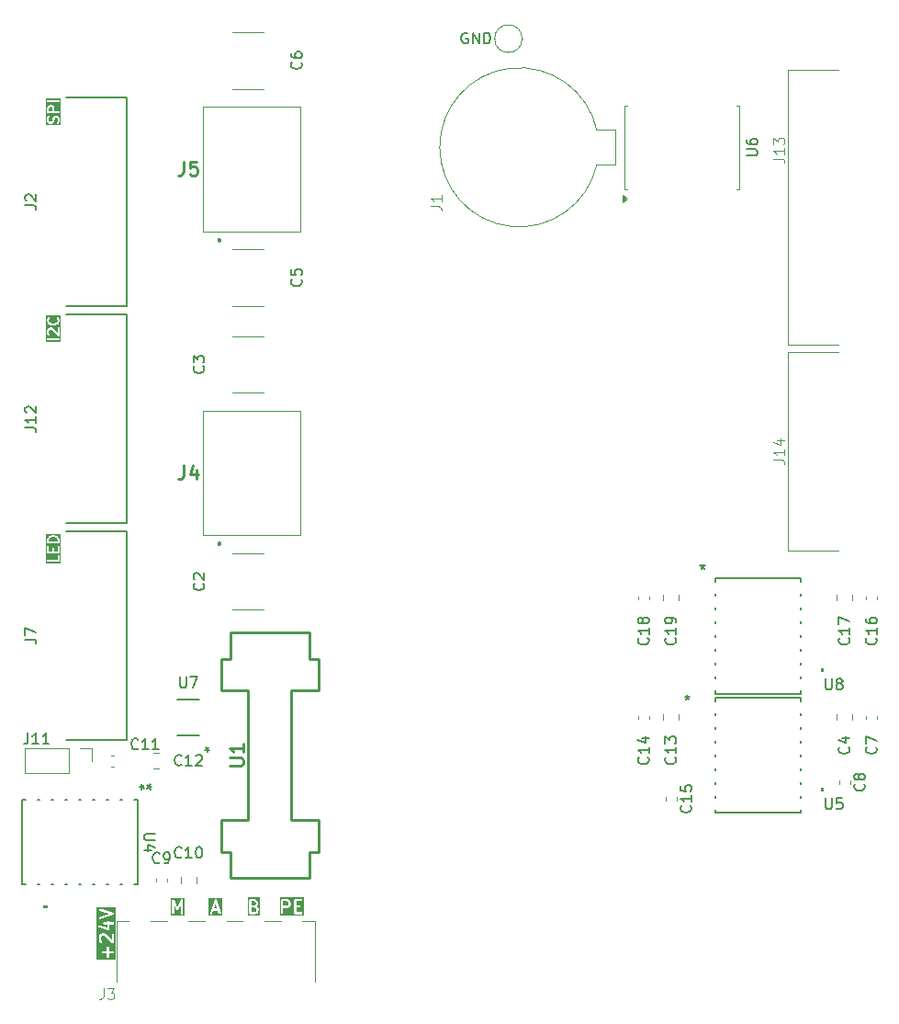
<source format=gbr>
%TF.GenerationSoftware,KiCad,Pcbnew,9.0.2*%
%TF.CreationDate,2025-06-12T16:19:25+03:00*%
%TF.ProjectId,PMCPU-LLP,504d4350-552d-44c4-9c50-2e6b69636164,rev?*%
%TF.SameCoordinates,Original*%
%TF.FileFunction,Legend,Top*%
%TF.FilePolarity,Positive*%
%FSLAX46Y46*%
G04 Gerber Fmt 4.6, Leading zero omitted, Abs format (unit mm)*
G04 Created by KiCad (PCBNEW 9.0.2) date 2025-06-12 16:19:25*
%MOMM*%
%LPD*%
G01*
G04 APERTURE LIST*
%ADD10C,0.200000*%
%ADD11C,0.150000*%
%ADD12C,0.100000*%
%ADD13C,0.254000*%
%ADD14C,0.152400*%
%ADD15C,0.120000*%
%ADD16C,0.000000*%
%ADD17C,0.300000*%
G04 APERTURE END LIST*
D10*
G36*
X-36251670Y17090137D02*
G01*
X-37673892Y17090137D01*
X-37673892Y17320757D01*
X-37560860Y17320757D01*
X-37560860Y17281739D01*
X-37545928Y17245691D01*
X-37518338Y17218101D01*
X-37482290Y17203169D01*
X-37462781Y17201248D01*
X-36462781Y17201248D01*
X-36443272Y17203169D01*
X-36407224Y17218101D01*
X-36379634Y17245691D01*
X-36364702Y17281739D01*
X-36364702Y17320757D01*
X-36379634Y17356805D01*
X-36407224Y17384395D01*
X-36443272Y17399327D01*
X-36462781Y17401248D01*
X-37462781Y17401248D01*
X-37482290Y17399327D01*
X-37518338Y17384395D01*
X-37545928Y17356805D01*
X-37560860Y17320757D01*
X-37673892Y17320757D01*
X-37673892Y18110771D01*
X-37562781Y18110771D01*
X-37562781Y17872676D01*
X-37560860Y17853167D01*
X-37559485Y17849847D01*
X-37559230Y17846263D01*
X-37552224Y17827955D01*
X-37504605Y17732717D01*
X-37499320Y17724321D01*
X-37498309Y17721881D01*
X-37496056Y17719135D01*
X-37494162Y17716127D01*
X-37492168Y17714398D01*
X-37485873Y17706727D01*
X-37438254Y17659109D01*
X-37423101Y17646672D01*
X-37387052Y17631741D01*
X-37348034Y17631741D01*
X-37311986Y17646672D01*
X-37284396Y17674262D01*
X-37269465Y17710310D01*
X-37269465Y17749328D01*
X-37284396Y17785377D01*
X-37296833Y17800530D01*
X-37332976Y17836674D01*
X-37362781Y17896284D01*
X-37362781Y18087164D01*
X-37332976Y18146774D01*
X-37308308Y18171443D01*
X-37248698Y18201247D01*
X-37193294Y18201247D01*
X-37088230Y18166226D01*
X-36533492Y17611489D01*
X-36518338Y17599053D01*
X-36482290Y17584121D01*
X-36443272Y17584121D01*
X-36407224Y17599053D01*
X-36379634Y17626643D01*
X-36364702Y17662691D01*
X-36362781Y17682200D01*
X-36362781Y18301247D01*
X-36364702Y18320756D01*
X-36379634Y18356804D01*
X-36407224Y18384394D01*
X-36443272Y18399326D01*
X-36482290Y18399326D01*
X-36518338Y18384394D01*
X-36545928Y18356804D01*
X-36560860Y18320756D01*
X-36562781Y18301247D01*
X-36562781Y17923622D01*
X-36963499Y18324339D01*
X-36978653Y18336775D01*
X-36981972Y18338150D01*
X-36984687Y18340505D01*
X-37002588Y18348496D01*
X-37145444Y18396115D01*
X-37155116Y18398315D01*
X-37157558Y18399326D01*
X-37161097Y18399675D01*
X-37164560Y18400462D01*
X-37167194Y18400275D01*
X-37177067Y18401247D01*
X-37272305Y18401247D01*
X-37291814Y18399326D01*
X-37295135Y18397951D01*
X-37298718Y18397696D01*
X-37317027Y18390690D01*
X-37412264Y18343071D01*
X-37420661Y18337786D01*
X-37423101Y18336775D01*
X-37425847Y18334522D01*
X-37428855Y18332628D01*
X-37430588Y18330631D01*
X-37438254Y18324338D01*
X-37485873Y18276720D01*
X-37492168Y18269050D01*
X-37494162Y18267320D01*
X-37496056Y18264313D01*
X-37498309Y18261566D01*
X-37499320Y18259127D01*
X-37504605Y18250730D01*
X-37552224Y18155492D01*
X-37559230Y18137184D01*
X-37559485Y18133601D01*
X-37560860Y18130280D01*
X-37562781Y18110771D01*
X-37673892Y18110771D01*
X-37673892Y19110771D01*
X-37562781Y19110771D01*
X-37562781Y19015533D01*
X-37561809Y19005660D01*
X-37561996Y19003026D01*
X-37561209Y18999563D01*
X-37560860Y18996024D01*
X-37559849Y18993582D01*
X-37557649Y18983910D01*
X-37510030Y18841054D01*
X-37502039Y18823153D01*
X-37499684Y18820438D01*
X-37498309Y18817119D01*
X-37485873Y18801965D01*
X-37390635Y18706727D01*
X-37382969Y18700436D01*
X-37381236Y18698438D01*
X-37378225Y18696543D01*
X-37375481Y18694291D01*
X-37373044Y18693282D01*
X-37364645Y18687995D01*
X-37269408Y18640376D01*
X-37267980Y18639830D01*
X-37267400Y18639400D01*
X-37259224Y18636479D01*
X-37251099Y18633370D01*
X-37250379Y18633319D01*
X-37248940Y18632805D01*
X-37058464Y18585186D01*
X-37055083Y18584686D01*
X-37053719Y18584121D01*
X-37046369Y18583398D01*
X-37039071Y18582318D01*
X-37037613Y18582536D01*
X-37034210Y18582200D01*
X-36891353Y18582200D01*
X-36887951Y18582536D01*
X-36886492Y18582318D01*
X-36879195Y18583398D01*
X-36871844Y18584121D01*
X-36870481Y18584686D01*
X-36867099Y18585186D01*
X-36676624Y18632805D01*
X-36675187Y18633319D01*
X-36674464Y18633370D01*
X-36666340Y18636479D01*
X-36658163Y18639400D01*
X-36657583Y18639831D01*
X-36656156Y18640376D01*
X-36560918Y18687995D01*
X-36552526Y18693278D01*
X-36550082Y18694290D01*
X-36547333Y18696547D01*
X-36544328Y18698438D01*
X-36542599Y18700433D01*
X-36534929Y18706727D01*
X-36439689Y18801965D01*
X-36427253Y18817118D01*
X-36425878Y18820438D01*
X-36423523Y18823153D01*
X-36415532Y18841053D01*
X-36367913Y18983910D01*
X-36365714Y18993583D01*
X-36364702Y18996024D01*
X-36364354Y18999562D01*
X-36363566Y19003025D01*
X-36363754Y19005660D01*
X-36362781Y19015533D01*
X-36362781Y19110771D01*
X-36363754Y19120645D01*
X-36363566Y19123279D01*
X-36364354Y19126743D01*
X-36364702Y19130280D01*
X-36365714Y19132722D01*
X-36367913Y19142394D01*
X-36415532Y19285251D01*
X-36423523Y19303151D01*
X-36425878Y19305867D01*
X-36427253Y19309186D01*
X-36439690Y19324340D01*
X-36487310Y19371958D01*
X-36502463Y19384395D01*
X-36538512Y19399326D01*
X-36577530Y19399325D01*
X-36613578Y19384394D01*
X-36641168Y19356804D01*
X-36656099Y19320755D01*
X-36656098Y19281737D01*
X-36641167Y19245689D01*
X-36628730Y19230536D01*
X-36597803Y19199610D01*
X-36562781Y19094545D01*
X-36562781Y19031760D01*
X-36597803Y18926695D01*
X-36664873Y18859625D01*
X-36735782Y18824171D01*
X-36903663Y18782200D01*
X-37021901Y18782200D01*
X-37189782Y18824171D01*
X-37260687Y18859623D01*
X-37327760Y18926696D01*
X-37362781Y19031760D01*
X-37362781Y19094544D01*
X-37327760Y19199610D01*
X-37296833Y19230536D01*
X-37284396Y19245689D01*
X-37269465Y19281738D01*
X-37269465Y19320756D01*
X-37284396Y19356804D01*
X-37311986Y19384394D01*
X-37348034Y19399325D01*
X-37387052Y19399325D01*
X-37423101Y19384394D01*
X-37438254Y19371957D01*
X-37485873Y19324339D01*
X-37498309Y19309185D01*
X-37499684Y19305867D01*
X-37502039Y19303151D01*
X-37510030Y19285250D01*
X-37557649Y19142394D01*
X-37559849Y19132723D01*
X-37560860Y19130280D01*
X-37561209Y19126742D01*
X-37561996Y19123278D01*
X-37561809Y19120645D01*
X-37562781Y19110771D01*
X-37673892Y19110771D01*
X-37673892Y19510437D01*
X-36251670Y19510437D01*
X-36251670Y17090137D01*
G37*
G36*
X-36735782Y-964024D02*
G01*
X-36664873Y-999478D01*
X-36597803Y-1066548D01*
X-36562781Y-1171613D01*
X-36562781Y-1293482D01*
X-37362781Y-1293482D01*
X-37362781Y-1171614D01*
X-37327760Y-1066549D01*
X-37260687Y-999477D01*
X-37189782Y-964024D01*
X-37021901Y-922054D01*
X-36903663Y-922054D01*
X-36735782Y-964024D01*
G37*
G36*
X-36251670Y-3318879D02*
G01*
X-37673892Y-3318879D01*
X-37673892Y-3088259D01*
X-37560860Y-3088259D01*
X-37560860Y-3127277D01*
X-37545928Y-3163325D01*
X-37518338Y-3190915D01*
X-37482290Y-3205847D01*
X-37462781Y-3207768D01*
X-36462781Y-3207768D01*
X-36443272Y-3205847D01*
X-36407224Y-3190915D01*
X-36379634Y-3163325D01*
X-36364702Y-3127277D01*
X-36362781Y-3107768D01*
X-36362781Y-2631578D01*
X-36364702Y-2612069D01*
X-36379634Y-2576021D01*
X-36407224Y-2548431D01*
X-36443272Y-2533499D01*
X-36482290Y-2533499D01*
X-36518338Y-2548431D01*
X-36545928Y-2576021D01*
X-36560860Y-2612069D01*
X-36562781Y-2631578D01*
X-36562781Y-3007768D01*
X-37462781Y-3007768D01*
X-37482290Y-3009689D01*
X-37518338Y-3024621D01*
X-37545928Y-3052211D01*
X-37560860Y-3088259D01*
X-37673892Y-3088259D01*
X-37673892Y-1822054D01*
X-37562781Y-1822054D01*
X-37562781Y-2298244D01*
X-37560860Y-2317753D01*
X-37545928Y-2353801D01*
X-37518338Y-2381391D01*
X-37482290Y-2396323D01*
X-37462781Y-2398244D01*
X-36462781Y-2398244D01*
X-36443272Y-2396323D01*
X-36407224Y-2381391D01*
X-36379634Y-2353801D01*
X-36364702Y-2317753D01*
X-36362781Y-2298244D01*
X-36362781Y-1822054D01*
X-36364702Y-1802545D01*
X-36379634Y-1766497D01*
X-36407224Y-1738907D01*
X-36443272Y-1723975D01*
X-36482290Y-1723975D01*
X-36518338Y-1738907D01*
X-36545928Y-1766497D01*
X-36560860Y-1802545D01*
X-36562781Y-1822054D01*
X-36562781Y-2198244D01*
X-36886591Y-2198244D01*
X-36886591Y-1964911D01*
X-36888512Y-1945402D01*
X-36903444Y-1909354D01*
X-36931034Y-1881764D01*
X-36967082Y-1866832D01*
X-37006100Y-1866832D01*
X-37042148Y-1881764D01*
X-37069738Y-1909354D01*
X-37084670Y-1945402D01*
X-37086591Y-1964911D01*
X-37086591Y-2198244D01*
X-37362781Y-2198244D01*
X-37362781Y-1822054D01*
X-37364702Y-1802545D01*
X-37379634Y-1766497D01*
X-37407224Y-1738907D01*
X-37443272Y-1723975D01*
X-37482290Y-1723975D01*
X-37518338Y-1738907D01*
X-37545928Y-1766497D01*
X-37560860Y-1802545D01*
X-37562781Y-1822054D01*
X-37673892Y-1822054D01*
X-37673892Y-1155387D01*
X-37562781Y-1155387D01*
X-37562781Y-1393482D01*
X-37560860Y-1412991D01*
X-37545928Y-1449039D01*
X-37518338Y-1476629D01*
X-37482290Y-1491561D01*
X-37462781Y-1493482D01*
X-36462781Y-1493482D01*
X-36443272Y-1491561D01*
X-36407224Y-1476629D01*
X-36379634Y-1449039D01*
X-36364702Y-1412991D01*
X-36362781Y-1393482D01*
X-36362781Y-1155387D01*
X-36363754Y-1145513D01*
X-36363566Y-1142879D01*
X-36364354Y-1139415D01*
X-36364702Y-1135878D01*
X-36365714Y-1133436D01*
X-36367913Y-1123764D01*
X-36415532Y-980907D01*
X-36423523Y-963007D01*
X-36425878Y-960291D01*
X-36427253Y-956972D01*
X-36439689Y-941819D01*
X-36534929Y-846581D01*
X-36542599Y-840286D01*
X-36544328Y-838292D01*
X-36547333Y-836400D01*
X-36550082Y-834144D01*
X-36552526Y-833131D01*
X-36560918Y-827849D01*
X-36656156Y-780230D01*
X-36657583Y-779684D01*
X-36658163Y-779254D01*
X-36666340Y-776332D01*
X-36674464Y-773224D01*
X-36675187Y-773172D01*
X-36676624Y-772659D01*
X-36867099Y-725040D01*
X-36870481Y-724539D01*
X-36871844Y-723975D01*
X-36879195Y-723251D01*
X-36886492Y-722172D01*
X-36887951Y-722389D01*
X-36891353Y-722054D01*
X-37034210Y-722054D01*
X-37037613Y-722389D01*
X-37039071Y-722172D01*
X-37046369Y-723251D01*
X-37053719Y-723975D01*
X-37055083Y-724539D01*
X-37058464Y-725040D01*
X-37248940Y-772659D01*
X-37250379Y-773172D01*
X-37251099Y-773224D01*
X-37259224Y-776332D01*
X-37267400Y-779254D01*
X-37267980Y-779683D01*
X-37269408Y-780230D01*
X-37364645Y-827849D01*
X-37373044Y-833135D01*
X-37375481Y-834145D01*
X-37378225Y-836396D01*
X-37381236Y-838292D01*
X-37382969Y-840289D01*
X-37390635Y-846581D01*
X-37485873Y-941819D01*
X-37498309Y-956973D01*
X-37499684Y-960291D01*
X-37502039Y-963007D01*
X-37510030Y-980908D01*
X-37557649Y-1123764D01*
X-37559849Y-1133435D01*
X-37560860Y-1135878D01*
X-37561209Y-1139416D01*
X-37561996Y-1142880D01*
X-37561809Y-1145513D01*
X-37562781Y-1155387D01*
X-37673892Y-1155387D01*
X-37673892Y-610943D01*
X-36251670Y-610943D01*
X-36251670Y-3318879D01*
G37*
G36*
X-15344952Y-34484070D02*
G01*
X-15310758Y-34518263D01*
X-15271429Y-34596921D01*
X-15271429Y-34721134D01*
X-15310758Y-34799792D01*
X-15344952Y-34833985D01*
X-15423608Y-34873314D01*
X-15757143Y-34873314D01*
X-15757143Y-34444742D01*
X-15423608Y-34444742D01*
X-15344952Y-34484070D01*
G37*
G36*
X-13854303Y-35778075D02*
G01*
X-16090476Y-35778075D01*
X-16090476Y-34344742D01*
X-15957143Y-34344742D01*
X-15957143Y-35544742D01*
X-15955222Y-35564251D01*
X-15940290Y-35600299D01*
X-15912700Y-35627889D01*
X-15876652Y-35642821D01*
X-15837634Y-35642821D01*
X-15801586Y-35627889D01*
X-15773996Y-35600299D01*
X-15759064Y-35564251D01*
X-15757143Y-35544742D01*
X-15757143Y-35073314D01*
X-15400000Y-35073314D01*
X-15380491Y-35071393D01*
X-15377171Y-35070017D01*
X-15373587Y-35069763D01*
X-15355278Y-35062757D01*
X-15240993Y-35005613D01*
X-15232597Y-35000328D01*
X-15230158Y-34999318D01*
X-15227415Y-34997066D01*
X-15224403Y-34995171D01*
X-15222671Y-34993173D01*
X-15215004Y-34986882D01*
X-15157862Y-34929739D01*
X-15151570Y-34922072D01*
X-15149572Y-34920340D01*
X-15147679Y-34917331D01*
X-15145425Y-34914586D01*
X-15144415Y-34912145D01*
X-15139129Y-34903749D01*
X-15081986Y-34789463D01*
X-15074980Y-34771155D01*
X-15074726Y-34767571D01*
X-15073350Y-34764251D01*
X-15071429Y-34744742D01*
X-15071429Y-34573314D01*
X-15073350Y-34553805D01*
X-15074726Y-34550484D01*
X-15074980Y-34546901D01*
X-15081986Y-34528593D01*
X-15139129Y-34414307D01*
X-15144415Y-34405910D01*
X-15145425Y-34403470D01*
X-15147679Y-34400724D01*
X-15149572Y-34397716D01*
X-15151570Y-34395983D01*
X-15157862Y-34388317D01*
X-15201436Y-34344742D01*
X-14757143Y-34344742D01*
X-14757143Y-35544742D01*
X-14755222Y-35564251D01*
X-14740290Y-35600299D01*
X-14712700Y-35627889D01*
X-14676652Y-35642821D01*
X-14657143Y-35644742D01*
X-14085715Y-35644742D01*
X-14066206Y-35642821D01*
X-14030158Y-35627889D01*
X-14002568Y-35600299D01*
X-13987636Y-35564251D01*
X-13987636Y-35525233D01*
X-14002568Y-35489185D01*
X-14030158Y-35461595D01*
X-14066206Y-35446663D01*
X-14085715Y-35444742D01*
X-14557143Y-35444742D01*
X-14557143Y-35016171D01*
X-14257143Y-35016171D01*
X-14237634Y-35014250D01*
X-14201586Y-34999318D01*
X-14173996Y-34971728D01*
X-14159064Y-34935680D01*
X-14159064Y-34896662D01*
X-14173996Y-34860614D01*
X-14201586Y-34833024D01*
X-14237634Y-34818092D01*
X-14257143Y-34816171D01*
X-14557143Y-34816171D01*
X-14557143Y-34444742D01*
X-14085715Y-34444742D01*
X-14066206Y-34442821D01*
X-14030158Y-34427889D01*
X-14002568Y-34400299D01*
X-13987636Y-34364251D01*
X-13987636Y-34325233D01*
X-14002568Y-34289185D01*
X-14030158Y-34261595D01*
X-14066206Y-34246663D01*
X-14085715Y-34244742D01*
X-14657143Y-34244742D01*
X-14676652Y-34246663D01*
X-14712700Y-34261595D01*
X-14740290Y-34289185D01*
X-14755222Y-34325233D01*
X-14757143Y-34344742D01*
X-15201436Y-34344742D01*
X-15215004Y-34331174D01*
X-15222671Y-34324882D01*
X-15224403Y-34322885D01*
X-15227415Y-34320989D01*
X-15230158Y-34318738D01*
X-15232597Y-34317727D01*
X-15240993Y-34312443D01*
X-15355278Y-34255299D01*
X-15373587Y-34248293D01*
X-15377171Y-34248038D01*
X-15380491Y-34246663D01*
X-15400000Y-34244742D01*
X-15857143Y-34244742D01*
X-15876652Y-34246663D01*
X-15912700Y-34261595D01*
X-15940290Y-34289185D01*
X-15955222Y-34325233D01*
X-15957143Y-34344742D01*
X-16090476Y-34344742D01*
X-16090476Y-34111409D01*
X-13854303Y-34111409D01*
X-13854303Y-35778075D01*
G37*
G36*
X-21853028Y-35101885D02*
G01*
X-22146972Y-35101885D01*
X-22000000Y-34660969D01*
X-21853028Y-35101885D01*
G37*
G36*
X-21367452Y-35777290D02*
G01*
X-22632548Y-35777290D01*
X-22632548Y-35532235D01*
X-22499215Y-35532235D01*
X-22496449Y-35571155D01*
X-22478999Y-35606054D01*
X-22449523Y-35631619D01*
X-22412507Y-35643957D01*
X-22373587Y-35641191D01*
X-22338688Y-35623741D01*
X-22313123Y-35594265D01*
X-22305132Y-35576365D01*
X-22213639Y-35301885D01*
X-21786361Y-35301885D01*
X-21694868Y-35576365D01*
X-21686877Y-35594265D01*
X-21661312Y-35623741D01*
X-21626413Y-35641191D01*
X-21587493Y-35643957D01*
X-21550477Y-35631619D01*
X-21521001Y-35606053D01*
X-21503551Y-35571155D01*
X-21500785Y-35532234D01*
X-21505132Y-35513119D01*
X-21905132Y-34313119D01*
X-21913123Y-34295219D01*
X-21917808Y-34289818D01*
X-21921001Y-34283431D01*
X-21930471Y-34275217D01*
X-21938688Y-34265743D01*
X-21945078Y-34262548D01*
X-21950477Y-34257865D01*
X-21962375Y-34253899D01*
X-21973587Y-34248293D01*
X-21980715Y-34247786D01*
X-21987493Y-34245527D01*
X-22000000Y-34246415D01*
X-22012507Y-34245527D01*
X-22019286Y-34247786D01*
X-22026413Y-34248293D01*
X-22037626Y-34253899D01*
X-22049523Y-34257865D01*
X-22054923Y-34262548D01*
X-22061312Y-34265743D01*
X-22069528Y-34275214D01*
X-22078999Y-34283430D01*
X-22082194Y-34289819D01*
X-22086877Y-34295219D01*
X-22094868Y-34313119D01*
X-22494868Y-35513119D01*
X-22499215Y-35532235D01*
X-22632548Y-35532235D01*
X-22632548Y-34112194D01*
X-21367452Y-34112194D01*
X-21367452Y-35777290D01*
G37*
X1238095Y45500162D02*
X1142857Y45547781D01*
X1142857Y45547781D02*
X1000000Y45547781D01*
X1000000Y45547781D02*
X857143Y45500162D01*
X857143Y45500162D02*
X761905Y45404924D01*
X761905Y45404924D02*
X714286Y45309686D01*
X714286Y45309686D02*
X666667Y45119210D01*
X666667Y45119210D02*
X666667Y44976353D01*
X666667Y44976353D02*
X714286Y44785877D01*
X714286Y44785877D02*
X761905Y44690639D01*
X761905Y44690639D02*
X857143Y44595400D01*
X857143Y44595400D02*
X1000000Y44547781D01*
X1000000Y44547781D02*
X1095238Y44547781D01*
X1095238Y44547781D02*
X1238095Y44595400D01*
X1238095Y44595400D02*
X1285714Y44643020D01*
X1285714Y44643020D02*
X1285714Y44976353D01*
X1285714Y44976353D02*
X1095238Y44976353D01*
X1714286Y44547781D02*
X1714286Y45547781D01*
X1714286Y45547781D02*
X2285714Y44547781D01*
X2285714Y44547781D02*
X2285714Y45547781D01*
X2761905Y44547781D02*
X2761905Y45547781D01*
X2761905Y45547781D02*
X3000000Y45547781D01*
X3000000Y45547781D02*
X3142857Y45500162D01*
X3142857Y45500162D02*
X3238095Y45404924D01*
X3238095Y45404924D02*
X3285714Y45309686D01*
X3285714Y45309686D02*
X3333333Y45119210D01*
X3333333Y45119210D02*
X3333333Y44976353D01*
X3333333Y44976353D02*
X3285714Y44785877D01*
X3285714Y44785877D02*
X3238095Y44690639D01*
X3238095Y44690639D02*
X3142857Y44595400D01*
X3142857Y44595400D02*
X3000000Y44547781D01*
X3000000Y44547781D02*
X2761905Y44547781D01*
G36*
X-18296878Y-35060716D02*
G01*
X-18267902Y-35089691D01*
X-18228572Y-35168348D01*
X-18228572Y-35292563D01*
X-18267901Y-35371221D01*
X-18302095Y-35405414D01*
X-18380750Y-35444742D01*
X-18714286Y-35444742D01*
X-18714286Y-35016171D01*
X-18430513Y-35016171D01*
X-18296878Y-35060716D01*
G37*
G36*
X-18359236Y-34484070D02*
G01*
X-18325045Y-34518262D01*
X-18285715Y-34596921D01*
X-18285715Y-34663993D01*
X-18325045Y-34742651D01*
X-18359236Y-34776842D01*
X-18437893Y-34816171D01*
X-18714286Y-34816171D01*
X-18714286Y-34444742D01*
X-18437893Y-34444742D01*
X-18359236Y-34484070D01*
G37*
G36*
X-17895239Y-35778075D02*
G01*
X-19047619Y-35778075D01*
X-19047619Y-34344742D01*
X-18914286Y-34344742D01*
X-18914286Y-35544742D01*
X-18912365Y-35564251D01*
X-18897433Y-35600299D01*
X-18869843Y-35627889D01*
X-18833795Y-35642821D01*
X-18814286Y-35644742D01*
X-18357143Y-35644742D01*
X-18337634Y-35642821D01*
X-18334314Y-35641445D01*
X-18330730Y-35641191D01*
X-18312422Y-35634185D01*
X-18198137Y-35577043D01*
X-18189741Y-35571757D01*
X-18187301Y-35570747D01*
X-18184555Y-35568493D01*
X-18181547Y-35566600D01*
X-18179817Y-35564605D01*
X-18172147Y-35558311D01*
X-18115005Y-35501168D01*
X-18108713Y-35493501D01*
X-18106715Y-35491769D01*
X-18104822Y-35488760D01*
X-18102568Y-35486015D01*
X-18101558Y-35483574D01*
X-18096272Y-35475178D01*
X-18039129Y-35360892D01*
X-18032123Y-35342584D01*
X-18031869Y-35339000D01*
X-18030493Y-35335680D01*
X-18028572Y-35316171D01*
X-18028572Y-35144742D01*
X-18030493Y-35125233D01*
X-18031869Y-35121912D01*
X-18032123Y-35118329D01*
X-18039129Y-35100021D01*
X-18096272Y-34985735D01*
X-18101558Y-34977337D01*
X-18102568Y-34974899D01*
X-18104821Y-34972154D01*
X-18106715Y-34969145D01*
X-18108713Y-34967412D01*
X-18115005Y-34959746D01*
X-18172147Y-34902603D01*
X-18187301Y-34890167D01*
X-18189011Y-34889459D01*
X-18172146Y-34872595D01*
X-18165855Y-34864928D01*
X-18163858Y-34863197D01*
X-18161963Y-34860185D01*
X-18159710Y-34857441D01*
X-18158701Y-34855003D01*
X-18153415Y-34846607D01*
X-18096272Y-34732321D01*
X-18089266Y-34714013D01*
X-18089012Y-34710429D01*
X-18087636Y-34707109D01*
X-18085715Y-34687600D01*
X-18085715Y-34573314D01*
X-18087636Y-34553805D01*
X-18089012Y-34550484D01*
X-18089266Y-34546901D01*
X-18096272Y-34528593D01*
X-18153415Y-34414307D01*
X-18158700Y-34405910D01*
X-18159710Y-34403472D01*
X-18161964Y-34400726D01*
X-18163858Y-34397716D01*
X-18165855Y-34395984D01*
X-18172146Y-34388318D01*
X-18229289Y-34331175D01*
X-18236956Y-34324882D01*
X-18238688Y-34322885D01*
X-18241698Y-34320990D01*
X-18244442Y-34318738D01*
X-18246881Y-34317727D01*
X-18255278Y-34312442D01*
X-18369565Y-34255299D01*
X-18387873Y-34248293D01*
X-18391457Y-34248038D01*
X-18394777Y-34246663D01*
X-18414286Y-34244742D01*
X-18814286Y-34244742D01*
X-18833795Y-34246663D01*
X-18869843Y-34261595D01*
X-18897433Y-34289185D01*
X-18912365Y-34325233D01*
X-18914286Y-34344742D01*
X-19047619Y-34344742D01*
X-19047619Y-34111409D01*
X-17895239Y-34111409D01*
X-17895239Y-35778075D01*
G37*
G36*
X-37093446Y38695252D02*
G01*
X-37068777Y38670584D01*
X-37038972Y38610974D01*
X-37038972Y38353629D01*
X-37362781Y38353629D01*
X-37362781Y38610974D01*
X-37332976Y38670584D01*
X-37308308Y38695253D01*
X-37248698Y38725057D01*
X-37153055Y38725057D01*
X-37093446Y38695252D01*
G37*
G36*
X-36251670Y37042518D02*
G01*
X-37673892Y37042518D01*
X-37673892Y37682200D01*
X-37562781Y37682200D01*
X-37562781Y37444105D01*
X-37560860Y37424596D01*
X-37559485Y37421276D01*
X-37559230Y37417692D01*
X-37552224Y37399384D01*
X-37504605Y37304146D01*
X-37499320Y37295750D01*
X-37498309Y37293310D01*
X-37496056Y37290564D01*
X-37494162Y37287556D01*
X-37492168Y37285827D01*
X-37485873Y37278156D01*
X-37438254Y37230538D01*
X-37430588Y37224246D01*
X-37428855Y37222248D01*
X-37425847Y37220355D01*
X-37423101Y37218101D01*
X-37420661Y37217091D01*
X-37412264Y37211805D01*
X-37317027Y37164186D01*
X-37298718Y37157180D01*
X-37295135Y37156926D01*
X-37291814Y37155550D01*
X-37272305Y37153629D01*
X-37177067Y37153629D01*
X-37157558Y37155550D01*
X-37154238Y37156926D01*
X-37150654Y37157180D01*
X-37132346Y37164186D01*
X-37037108Y37211805D01*
X-37028712Y37217091D01*
X-37026272Y37218101D01*
X-37023526Y37220355D01*
X-37020518Y37222248D01*
X-37018789Y37224243D01*
X-37011118Y37230537D01*
X-36963500Y37278156D01*
X-36957208Y37285823D01*
X-36955210Y37287555D01*
X-36953317Y37290564D01*
X-36951063Y37293309D01*
X-36950053Y37295750D01*
X-36944767Y37304146D01*
X-36897148Y37399383D01*
X-36896602Y37400812D01*
X-36896172Y37401391D01*
X-36893251Y37409568D01*
X-36890142Y37417692D01*
X-36890091Y37418413D01*
X-36889577Y37419851D01*
X-36844621Y37599677D01*
X-36809167Y37670584D01*
X-36784499Y37695253D01*
X-36724889Y37725057D01*
X-36676865Y37725057D01*
X-36617254Y37695251D01*
X-36592586Y37670584D01*
X-36562781Y37610974D01*
X-36562781Y37412713D01*
X-36605268Y37285252D01*
X-36609615Y37266136D01*
X-36606849Y37227216D01*
X-36589399Y37192317D01*
X-36559923Y37166752D01*
X-36522907Y37154414D01*
X-36483987Y37157180D01*
X-36449088Y37174630D01*
X-36423523Y37204106D01*
X-36415532Y37222006D01*
X-36367913Y37364863D01*
X-36365714Y37374536D01*
X-36364702Y37376977D01*
X-36364354Y37380515D01*
X-36363566Y37383978D01*
X-36363754Y37386613D01*
X-36362781Y37396486D01*
X-36362781Y37634581D01*
X-36364702Y37654090D01*
X-36366078Y37657411D01*
X-36366332Y37660994D01*
X-36373338Y37679303D01*
X-36420957Y37774540D01*
X-36426243Y37782937D01*
X-36427253Y37785377D01*
X-36429507Y37788123D01*
X-36431400Y37791131D01*
X-36433397Y37792863D01*
X-36439690Y37800531D01*
X-36487310Y37848149D01*
X-36494980Y37854444D01*
X-36496709Y37856438D01*
X-36499714Y37858330D01*
X-36502463Y37860586D01*
X-36504907Y37861598D01*
X-36513299Y37866881D01*
X-36608537Y37914500D01*
X-36626845Y37921506D01*
X-36630429Y37921761D01*
X-36633749Y37923136D01*
X-36653258Y37925057D01*
X-36748496Y37925057D01*
X-36768005Y37923136D01*
X-36771326Y37921761D01*
X-36774909Y37921506D01*
X-36793218Y37914500D01*
X-36888455Y37866881D01*
X-36896852Y37861596D01*
X-36899292Y37860585D01*
X-36902038Y37858332D01*
X-36905046Y37856438D01*
X-36906779Y37854441D01*
X-36914445Y37848148D01*
X-36962064Y37800530D01*
X-36968359Y37792860D01*
X-36970353Y37791130D01*
X-36972247Y37788123D01*
X-36974500Y37785376D01*
X-36975511Y37782937D01*
X-36980796Y37774540D01*
X-37028415Y37679302D01*
X-37028961Y37677876D01*
X-37029391Y37677295D01*
X-37032313Y37669119D01*
X-37035421Y37660994D01*
X-37035473Y37660272D01*
X-37035986Y37658834D01*
X-37080943Y37479010D01*
X-37116396Y37408103D01*
X-37141065Y37383435D01*
X-37200674Y37353629D01*
X-37248698Y37353629D01*
X-37308308Y37383434D01*
X-37332976Y37408103D01*
X-37362781Y37467713D01*
X-37362781Y37665973D01*
X-37320294Y37793434D01*
X-37315947Y37812549D01*
X-37318713Y37851469D01*
X-37336163Y37886368D01*
X-37365639Y37911933D01*
X-37402655Y37924272D01*
X-37441575Y37921505D01*
X-37476474Y37904056D01*
X-37502039Y37874580D01*
X-37510030Y37856679D01*
X-37557649Y37713823D01*
X-37559849Y37704152D01*
X-37560860Y37701709D01*
X-37561209Y37698171D01*
X-37561996Y37694707D01*
X-37561809Y37692074D01*
X-37562781Y37682200D01*
X-37673892Y37682200D01*
X-37673892Y38634581D01*
X-37562781Y38634581D01*
X-37562781Y38253629D01*
X-37560860Y38234120D01*
X-37545928Y38198072D01*
X-37518338Y38170482D01*
X-37482290Y38155550D01*
X-37462781Y38153629D01*
X-36462781Y38153629D01*
X-36443272Y38155550D01*
X-36407224Y38170482D01*
X-36379634Y38198072D01*
X-36364702Y38234120D01*
X-36364702Y38273138D01*
X-36379634Y38309186D01*
X-36407224Y38336776D01*
X-36443272Y38351708D01*
X-36462781Y38353629D01*
X-36838972Y38353629D01*
X-36838972Y38634581D01*
X-36840893Y38654090D01*
X-36842269Y38657411D01*
X-36842523Y38660994D01*
X-36849529Y38679303D01*
X-36897148Y38774540D01*
X-36902434Y38782937D01*
X-36903444Y38785377D01*
X-36905698Y38788123D01*
X-36907591Y38791131D01*
X-36909589Y38792864D01*
X-36915881Y38800530D01*
X-36963499Y38848149D01*
X-36971170Y38854444D01*
X-36972899Y38856438D01*
X-36975907Y38858332D01*
X-36978653Y38860585D01*
X-36981093Y38861596D01*
X-36989489Y38866881D01*
X-37084727Y38914500D01*
X-37103035Y38921506D01*
X-37106619Y38921761D01*
X-37109939Y38923136D01*
X-37129448Y38925057D01*
X-37272305Y38925057D01*
X-37291814Y38923136D01*
X-37295135Y38921761D01*
X-37298718Y38921506D01*
X-37317027Y38914500D01*
X-37412264Y38866881D01*
X-37420661Y38861596D01*
X-37423101Y38860585D01*
X-37425847Y38858332D01*
X-37428855Y38856438D01*
X-37430588Y38854441D01*
X-37438254Y38848148D01*
X-37485873Y38800530D01*
X-37492168Y38792860D01*
X-37494162Y38791130D01*
X-37496056Y38788123D01*
X-37498309Y38785376D01*
X-37499320Y38782937D01*
X-37504605Y38774540D01*
X-37552224Y38679302D01*
X-37559230Y38660994D01*
X-37559485Y38657411D01*
X-37560860Y38654090D01*
X-37562781Y38634581D01*
X-37673892Y38634581D01*
X-37673892Y39273138D01*
X-37560860Y39273138D01*
X-37560860Y39234120D01*
X-37545928Y39198072D01*
X-37518338Y39170482D01*
X-37482290Y39155550D01*
X-37462781Y39153629D01*
X-36462781Y39153629D01*
X-36443272Y39155550D01*
X-36407224Y39170482D01*
X-36379634Y39198072D01*
X-36364702Y39234120D01*
X-36364702Y39273138D01*
X-36379634Y39309186D01*
X-36407224Y39336776D01*
X-36443272Y39351708D01*
X-36462781Y39353629D01*
X-37462781Y39353629D01*
X-37482290Y39351708D01*
X-37518338Y39336776D01*
X-37545928Y39309186D01*
X-37560860Y39273138D01*
X-37673892Y39273138D01*
X-37673892Y39464740D01*
X-36251670Y39464740D01*
X-36251670Y37042518D01*
G37*
G36*
X-31221925Y-39845696D02*
G01*
X-32944948Y-39845696D01*
X-32944948Y-39137632D01*
X-32467622Y-39137632D01*
X-32467622Y-39176650D01*
X-32452690Y-39212698D01*
X-32425100Y-39240288D01*
X-32389052Y-39255220D01*
X-32369543Y-39257141D01*
X-32012400Y-39257141D01*
X-32012400Y-39614284D01*
X-32010479Y-39633793D01*
X-31995547Y-39669841D01*
X-31967957Y-39697431D01*
X-31931909Y-39712363D01*
X-31892891Y-39712363D01*
X-31856843Y-39697431D01*
X-31829253Y-39669841D01*
X-31814321Y-39633793D01*
X-31812400Y-39614284D01*
X-31812400Y-39257141D01*
X-31455258Y-39257141D01*
X-31435749Y-39255220D01*
X-31399701Y-39240288D01*
X-31372111Y-39212698D01*
X-31357179Y-39176650D01*
X-31357179Y-39137632D01*
X-31372111Y-39101584D01*
X-31399701Y-39073994D01*
X-31435749Y-39059062D01*
X-31455258Y-39057141D01*
X-31812400Y-39057141D01*
X-31812400Y-38699999D01*
X-31814321Y-38680490D01*
X-31829253Y-38644442D01*
X-31856843Y-38616852D01*
X-31892891Y-38601920D01*
X-31931909Y-38601920D01*
X-31967957Y-38616852D01*
X-31995547Y-38644442D01*
X-32010479Y-38680490D01*
X-32012400Y-38699999D01*
X-32012400Y-39057141D01*
X-32369543Y-39057141D01*
X-32389052Y-39059062D01*
X-32425100Y-39073994D01*
X-32452690Y-39101584D01*
X-32467622Y-39137632D01*
X-32944948Y-39137632D01*
X-32944948Y-37728570D01*
X-32755258Y-37728570D01*
X-32755258Y-38014285D01*
X-32753337Y-38033794D01*
X-32751962Y-38037114D01*
X-32751707Y-38040698D01*
X-32744701Y-38059007D01*
X-32687557Y-38173292D01*
X-32682273Y-38181688D01*
X-32681262Y-38184127D01*
X-32679011Y-38186870D01*
X-32677115Y-38189882D01*
X-32675118Y-38191614D01*
X-32668826Y-38199281D01*
X-32611683Y-38256423D01*
X-32596530Y-38268860D01*
X-32560481Y-38283791D01*
X-32521463Y-38283791D01*
X-32485415Y-38268860D01*
X-32457825Y-38241270D01*
X-32442894Y-38205222D01*
X-32442894Y-38166204D01*
X-32457825Y-38130155D01*
X-32470262Y-38115002D01*
X-32515930Y-38069333D01*
X-32555258Y-37990677D01*
X-32555258Y-37752178D01*
X-32515930Y-37673521D01*
X-32481737Y-37639327D01*
X-32403078Y-37599999D01*
X-32328627Y-37599999D01*
X-32194992Y-37644544D01*
X-31525969Y-38313567D01*
X-31510815Y-38326003D01*
X-31474767Y-38340935D01*
X-31435749Y-38340935D01*
X-31399701Y-38326003D01*
X-31372111Y-38298413D01*
X-31357179Y-38262365D01*
X-31355258Y-38242856D01*
X-31355258Y-37499999D01*
X-31357179Y-37480490D01*
X-31372111Y-37444442D01*
X-31399701Y-37416852D01*
X-31435749Y-37401920D01*
X-31474767Y-37401920D01*
X-31510815Y-37416852D01*
X-31538405Y-37444442D01*
X-31553337Y-37480490D01*
X-31555258Y-37499999D01*
X-31555258Y-38001434D01*
X-32070261Y-37486431D01*
X-32085415Y-37473995D01*
X-32088734Y-37472620D01*
X-32091449Y-37470265D01*
X-32109349Y-37462274D01*
X-32280777Y-37405131D01*
X-32290450Y-37402931D01*
X-32292891Y-37401920D01*
X-32296429Y-37401571D01*
X-32299892Y-37400784D01*
X-32302527Y-37400971D01*
X-32312400Y-37399999D01*
X-32426686Y-37399999D01*
X-32446195Y-37401920D01*
X-32449516Y-37403295D01*
X-32453099Y-37403550D01*
X-32471407Y-37410556D01*
X-32585693Y-37467699D01*
X-32594090Y-37472984D01*
X-32596530Y-37473995D01*
X-32599276Y-37476248D01*
X-32602284Y-37478142D01*
X-32604017Y-37480139D01*
X-32611683Y-37486432D01*
X-32668826Y-37543574D01*
X-32675118Y-37551240D01*
X-32677115Y-37552973D01*
X-32679011Y-37555984D01*
X-32681262Y-37558728D01*
X-32682273Y-37561166D01*
X-32687557Y-37569563D01*
X-32744701Y-37683848D01*
X-32751707Y-37702157D01*
X-32751962Y-37705740D01*
X-32753337Y-37709061D01*
X-32755258Y-37728570D01*
X-32944948Y-37728570D01*
X-32944948Y-36744635D01*
X-32811615Y-36744635D01*
X-32808849Y-36783555D01*
X-32791399Y-36818454D01*
X-32761923Y-36844019D01*
X-32744023Y-36852010D01*
X-31886881Y-37137724D01*
X-31877210Y-37139923D01*
X-31874767Y-37140935D01*
X-31872761Y-37140935D01*
X-31867765Y-37142071D01*
X-31851781Y-37140935D01*
X-31835749Y-37140935D01*
X-31832429Y-37139559D01*
X-31828845Y-37139305D01*
X-31814510Y-37132137D01*
X-31799701Y-37126003D01*
X-31797161Y-37123462D01*
X-31793946Y-37121855D01*
X-31783442Y-37109743D01*
X-31772111Y-37098413D01*
X-31770737Y-37095094D01*
X-31768381Y-37092379D01*
X-31763312Y-37077169D01*
X-31757179Y-37062365D01*
X-31756677Y-37057264D01*
X-31756043Y-37055363D01*
X-31756231Y-37052729D01*
X-31755258Y-37042856D01*
X-31755258Y-36571428D01*
X-31455258Y-36571428D01*
X-31435749Y-36569507D01*
X-31399701Y-36554575D01*
X-31372111Y-36526985D01*
X-31357179Y-36490937D01*
X-31357179Y-36451919D01*
X-31372111Y-36415871D01*
X-31399701Y-36388281D01*
X-31435749Y-36373349D01*
X-31455258Y-36371428D01*
X-31755258Y-36371428D01*
X-31755258Y-36299999D01*
X-31757179Y-36280490D01*
X-31772111Y-36244442D01*
X-31799701Y-36216852D01*
X-31835749Y-36201920D01*
X-31874767Y-36201920D01*
X-31910815Y-36216852D01*
X-31938405Y-36244442D01*
X-31953337Y-36280490D01*
X-31955258Y-36299999D01*
X-31955258Y-36371428D01*
X-32255258Y-36371428D01*
X-32274767Y-36373349D01*
X-32310815Y-36388281D01*
X-32338405Y-36415871D01*
X-32353337Y-36451919D01*
X-32353337Y-36490937D01*
X-32338405Y-36526985D01*
X-32310815Y-36554575D01*
X-32274767Y-36569507D01*
X-32255258Y-36571428D01*
X-31955258Y-36571428D01*
X-31955258Y-36904113D01*
X-32680777Y-36662274D01*
X-32699893Y-36657927D01*
X-32738813Y-36660693D01*
X-32773712Y-36678143D01*
X-32799277Y-36707619D01*
X-32811615Y-36744635D01*
X-32944948Y-36744635D01*
X-32944948Y-35201778D01*
X-32754473Y-35201778D01*
X-32751707Y-35240698D01*
X-32734257Y-35275597D01*
X-32704781Y-35301162D01*
X-32686881Y-35309153D01*
X-31771485Y-35614285D01*
X-32686881Y-35919417D01*
X-32704781Y-35927408D01*
X-32734257Y-35952973D01*
X-32751707Y-35987872D01*
X-32754473Y-36026792D01*
X-32742135Y-36063808D01*
X-32716570Y-36093284D01*
X-32681671Y-36110734D01*
X-32642751Y-36113500D01*
X-32623635Y-36109153D01*
X-31423635Y-35709153D01*
X-31405735Y-35701162D01*
X-31400335Y-35696477D01*
X-31393947Y-35693284D01*
X-31385734Y-35683814D01*
X-31376259Y-35675597D01*
X-31373065Y-35669207D01*
X-31368381Y-35663808D01*
X-31364416Y-35651910D01*
X-31358809Y-35640698D01*
X-31358303Y-35633570D01*
X-31356043Y-35626792D01*
X-31356932Y-35614285D01*
X-31356043Y-35601778D01*
X-31358303Y-35594999D01*
X-31358809Y-35587872D01*
X-31364416Y-35576659D01*
X-31368381Y-35564762D01*
X-31373065Y-35559362D01*
X-31376259Y-35552973D01*
X-31385734Y-35544755D01*
X-31393947Y-35535286D01*
X-31400335Y-35532092D01*
X-31405735Y-35527408D01*
X-31423635Y-35519417D01*
X-32623635Y-35119417D01*
X-32642751Y-35115070D01*
X-32681671Y-35117836D01*
X-32716570Y-35135286D01*
X-32742135Y-35164762D01*
X-32754473Y-35201778D01*
X-32944948Y-35201778D01*
X-32944948Y-34981737D01*
X-31221925Y-34981737D01*
X-31221925Y-39845696D01*
G37*
G36*
X-24866667Y-35776154D02*
G01*
X-26133333Y-35776154D01*
X-26133333Y-34344742D01*
X-26000000Y-34344742D01*
X-26000000Y-35544742D01*
X-25998079Y-35564251D01*
X-25983147Y-35600299D01*
X-25955557Y-35627889D01*
X-25919509Y-35642821D01*
X-25880491Y-35642821D01*
X-25844443Y-35627889D01*
X-25816853Y-35600299D01*
X-25801921Y-35564251D01*
X-25800000Y-35544742D01*
X-25800000Y-34795498D01*
X-25590618Y-35244174D01*
X-25586386Y-35251319D01*
X-25585506Y-35253737D01*
X-25583941Y-35255446D01*
X-25580627Y-35261040D01*
X-25569417Y-35271306D01*
X-25559155Y-35282512D01*
X-25555130Y-35284390D01*
X-25551852Y-35287392D01*
X-25537570Y-35292585D01*
X-25523797Y-35299013D01*
X-25519358Y-35299208D01*
X-25515183Y-35300726D01*
X-25500000Y-35300058D01*
X-25484817Y-35300726D01*
X-25480644Y-35299208D01*
X-25476202Y-35299013D01*
X-25462418Y-35292580D01*
X-25448148Y-35287391D01*
X-25444875Y-35284393D01*
X-25440845Y-35282513D01*
X-25430576Y-35271298D01*
X-25419373Y-35261040D01*
X-25416062Y-35255449D01*
X-25414493Y-35253737D01*
X-25413613Y-35251315D01*
X-25409382Y-35244174D01*
X-25200000Y-34795497D01*
X-25200000Y-35544742D01*
X-25198079Y-35564251D01*
X-25183147Y-35600299D01*
X-25155557Y-35627889D01*
X-25119509Y-35642821D01*
X-25080491Y-35642821D01*
X-25044443Y-35627889D01*
X-25016853Y-35600299D01*
X-25001921Y-35564251D01*
X-25000000Y-35544742D01*
X-25000000Y-34344742D01*
X-25001263Y-34331918D01*
X-25001159Y-34329559D01*
X-25001620Y-34328291D01*
X-25001921Y-34325233D01*
X-25008562Y-34309202D01*
X-25014493Y-34292890D01*
X-25016000Y-34291244D01*
X-25016853Y-34289185D01*
X-25029115Y-34276923D01*
X-25040845Y-34264114D01*
X-25042869Y-34263169D01*
X-25044443Y-34261595D01*
X-25060459Y-34254960D01*
X-25076202Y-34247614D01*
X-25078432Y-34247516D01*
X-25080491Y-34246663D01*
X-25097843Y-34246663D01*
X-25115183Y-34245901D01*
X-25117279Y-34246663D01*
X-25119509Y-34246663D01*
X-25135540Y-34253303D01*
X-25151852Y-34259235D01*
X-25153498Y-34260741D01*
X-25155557Y-34261595D01*
X-25167825Y-34273862D01*
X-25180627Y-34285587D01*
X-25182194Y-34288231D01*
X-25183147Y-34289185D01*
X-25184051Y-34291366D01*
X-25190618Y-34302453D01*
X-25500001Y-34965414D01*
X-25809382Y-34302453D01*
X-25815950Y-34291366D01*
X-25816853Y-34289185D01*
X-25817807Y-34288231D01*
X-25819373Y-34285587D01*
X-25832170Y-34273868D01*
X-25844443Y-34261595D01*
X-25846505Y-34260741D01*
X-25848148Y-34259236D01*
X-25864450Y-34253307D01*
X-25880491Y-34246663D01*
X-25882722Y-34246663D01*
X-25884817Y-34245901D01*
X-25902157Y-34246663D01*
X-25919509Y-34246663D01*
X-25921569Y-34247516D01*
X-25923797Y-34247614D01*
X-25939528Y-34254955D01*
X-25955557Y-34261595D01*
X-25957134Y-34263171D01*
X-25959155Y-34264115D01*
X-25970874Y-34276911D01*
X-25983147Y-34289185D01*
X-25984001Y-34291246D01*
X-25985506Y-34292890D01*
X-25991435Y-34309191D01*
X-25998079Y-34325233D01*
X-25998381Y-34328291D01*
X-25998841Y-34329559D01*
X-25998738Y-34331918D01*
X-26000000Y-34344742D01*
X-26133333Y-34344742D01*
X-26133333Y-34112568D01*
X-24866667Y-34112568D01*
X-24866667Y-35776154D01*
G37*
D11*
X-25261905Y-13779819D02*
X-25261905Y-14589342D01*
X-25261905Y-14589342D02*
X-25214286Y-14684580D01*
X-25214286Y-14684580D02*
X-25166667Y-14732200D01*
X-25166667Y-14732200D02*
X-25071429Y-14779819D01*
X-25071429Y-14779819D02*
X-24880953Y-14779819D01*
X-24880953Y-14779819D02*
X-24785715Y-14732200D01*
X-24785715Y-14732200D02*
X-24738096Y-14684580D01*
X-24738096Y-14684580D02*
X-24690477Y-14589342D01*
X-24690477Y-14589342D02*
X-24690477Y-13779819D01*
X-24309524Y-13779819D02*
X-23642858Y-13779819D01*
X-23642858Y-13779819D02*
X-24071429Y-14779819D01*
X-22779151Y-20696980D02*
X-22779151Y-20458885D01*
X-22541056Y-20554123D02*
X-22779151Y-20458885D01*
X-22779151Y-20458885D02*
X-23017246Y-20554123D01*
X-22636294Y-20268409D02*
X-22779151Y-20458885D01*
X-22779151Y-20458885D02*
X-22922008Y-20268409D01*
X36359580Y-20241541D02*
X36407200Y-20289160D01*
X36407200Y-20289160D02*
X36454819Y-20432017D01*
X36454819Y-20432017D02*
X36454819Y-20527255D01*
X36454819Y-20527255D02*
X36407200Y-20670112D01*
X36407200Y-20670112D02*
X36311961Y-20765350D01*
X36311961Y-20765350D02*
X36216723Y-20812969D01*
X36216723Y-20812969D02*
X36026247Y-20860588D01*
X36026247Y-20860588D02*
X35883390Y-20860588D01*
X35883390Y-20860588D02*
X35692914Y-20812969D01*
X35692914Y-20812969D02*
X35597676Y-20765350D01*
X35597676Y-20765350D02*
X35502438Y-20670112D01*
X35502438Y-20670112D02*
X35454819Y-20527255D01*
X35454819Y-20527255D02*
X35454819Y-20432017D01*
X35454819Y-20432017D02*
X35502438Y-20289160D01*
X35502438Y-20289160D02*
X35550057Y-20241541D01*
X35788152Y-19384398D02*
X36454819Y-19384398D01*
X35407200Y-19622493D02*
X36121485Y-19860588D01*
X36121485Y-19860588D02*
X36121485Y-19241541D01*
X37789580Y-23646666D02*
X37837200Y-23694285D01*
X37837200Y-23694285D02*
X37884819Y-23837142D01*
X37884819Y-23837142D02*
X37884819Y-23932380D01*
X37884819Y-23932380D02*
X37837200Y-24075237D01*
X37837200Y-24075237D02*
X37741961Y-24170475D01*
X37741961Y-24170475D02*
X37646723Y-24218094D01*
X37646723Y-24218094D02*
X37456247Y-24265713D01*
X37456247Y-24265713D02*
X37313390Y-24265713D01*
X37313390Y-24265713D02*
X37122914Y-24218094D01*
X37122914Y-24218094D02*
X37027676Y-24170475D01*
X37027676Y-24170475D02*
X36932438Y-24075237D01*
X36932438Y-24075237D02*
X36884819Y-23932380D01*
X36884819Y-23932380D02*
X36884819Y-23837142D01*
X36884819Y-23837142D02*
X36932438Y-23694285D01*
X36932438Y-23694285D02*
X36980057Y-23646666D01*
X37313390Y-23075237D02*
X37265771Y-23170475D01*
X37265771Y-23170475D02*
X37218152Y-23218094D01*
X37218152Y-23218094D02*
X37122914Y-23265713D01*
X37122914Y-23265713D02*
X37075295Y-23265713D01*
X37075295Y-23265713D02*
X36980057Y-23218094D01*
X36980057Y-23218094D02*
X36932438Y-23170475D01*
X36932438Y-23170475D02*
X36884819Y-23075237D01*
X36884819Y-23075237D02*
X36884819Y-22884761D01*
X36884819Y-22884761D02*
X36932438Y-22789523D01*
X36932438Y-22789523D02*
X36980057Y-22741904D01*
X36980057Y-22741904D02*
X37075295Y-22694285D01*
X37075295Y-22694285D02*
X37122914Y-22694285D01*
X37122914Y-22694285D02*
X37218152Y-22741904D01*
X37218152Y-22741904D02*
X37265771Y-22789523D01*
X37265771Y-22789523D02*
X37313390Y-22884761D01*
X37313390Y-22884761D02*
X37313390Y-23075237D01*
X37313390Y-23075237D02*
X37361009Y-23170475D01*
X37361009Y-23170475D02*
X37408628Y-23218094D01*
X37408628Y-23218094D02*
X37503866Y-23265713D01*
X37503866Y-23265713D02*
X37694342Y-23265713D01*
X37694342Y-23265713D02*
X37789580Y-23218094D01*
X37789580Y-23218094D02*
X37837200Y-23170475D01*
X37837200Y-23170475D02*
X37884819Y-23075237D01*
X37884819Y-23075237D02*
X37884819Y-22884761D01*
X37884819Y-22884761D02*
X37837200Y-22789523D01*
X37837200Y-22789523D02*
X37789580Y-22741904D01*
X37789580Y-22741904D02*
X37694342Y-22694285D01*
X37694342Y-22694285D02*
X37503866Y-22694285D01*
X37503866Y-22694285D02*
X37408628Y-22741904D01*
X37408628Y-22741904D02*
X37361009Y-22789523D01*
X37361009Y-22789523D02*
X37313390Y-22884761D01*
D12*
X-2162581Y29586667D02*
X-1448296Y29586667D01*
X-1448296Y29586667D02*
X-1305439Y29539048D01*
X-1305439Y29539048D02*
X-1210200Y29443810D01*
X-1210200Y29443810D02*
X-1162581Y29300953D01*
X-1162581Y29300953D02*
X-1162581Y29205715D01*
X-1162581Y30586667D02*
X-1162581Y30015239D01*
X-1162581Y30300953D02*
X-2162581Y30300953D01*
X-2162581Y30300953D02*
X-2019724Y30205715D01*
X-2019724Y30205715D02*
X-1924486Y30110477D01*
X-1924486Y30110477D02*
X-1876867Y30015239D01*
D11*
X-23140420Y14833334D02*
X-23092800Y14785715D01*
X-23092800Y14785715D02*
X-23045181Y14642858D01*
X-23045181Y14642858D02*
X-23045181Y14547620D01*
X-23045181Y14547620D02*
X-23092800Y14404763D01*
X-23092800Y14404763D02*
X-23188039Y14309525D01*
X-23188039Y14309525D02*
X-23283277Y14261906D01*
X-23283277Y14261906D02*
X-23473753Y14214287D01*
X-23473753Y14214287D02*
X-23616610Y14214287D01*
X-23616610Y14214287D02*
X-23807086Y14261906D01*
X-23807086Y14261906D02*
X-23902324Y14309525D01*
X-23902324Y14309525D02*
X-23997562Y14404763D01*
X-23997562Y14404763D02*
X-24045181Y14547620D01*
X-24045181Y14547620D02*
X-24045181Y14642858D01*
X-24045181Y14642858D02*
X-23997562Y14785715D01*
X-23997562Y14785715D02*
X-23949943Y14833334D01*
X-24045181Y15166668D02*
X-24045181Y15785715D01*
X-24045181Y15785715D02*
X-23664229Y15452382D01*
X-23664229Y15452382D02*
X-23664229Y15595239D01*
X-23664229Y15595239D02*
X-23616610Y15690477D01*
X-23616610Y15690477D02*
X-23568991Y15738096D01*
X-23568991Y15738096D02*
X-23473753Y15785715D01*
X-23473753Y15785715D02*
X-23235658Y15785715D01*
X-23235658Y15785715D02*
X-23140420Y15738096D01*
X-23140420Y15738096D02*
X-23092800Y15690477D01*
X-23092800Y15690477D02*
X-23045181Y15595239D01*
X-23045181Y15595239D02*
X-23045181Y15309525D01*
X-23045181Y15309525D02*
X-23092800Y15214287D01*
X-23092800Y15214287D02*
X-23140420Y15166668D01*
X38859580Y-20241541D02*
X38907200Y-20289160D01*
X38907200Y-20289160D02*
X38954819Y-20432017D01*
X38954819Y-20432017D02*
X38954819Y-20527255D01*
X38954819Y-20527255D02*
X38907200Y-20670112D01*
X38907200Y-20670112D02*
X38811961Y-20765350D01*
X38811961Y-20765350D02*
X38716723Y-20812969D01*
X38716723Y-20812969D02*
X38526247Y-20860588D01*
X38526247Y-20860588D02*
X38383390Y-20860588D01*
X38383390Y-20860588D02*
X38192914Y-20812969D01*
X38192914Y-20812969D02*
X38097676Y-20765350D01*
X38097676Y-20765350D02*
X38002438Y-20670112D01*
X38002438Y-20670112D02*
X37954819Y-20527255D01*
X37954819Y-20527255D02*
X37954819Y-20432017D01*
X37954819Y-20432017D02*
X38002438Y-20289160D01*
X38002438Y-20289160D02*
X38050057Y-20241541D01*
X37954819Y-19908207D02*
X37954819Y-19241541D01*
X37954819Y-19241541D02*
X38954819Y-19670112D01*
X21789580Y-25642857D02*
X21837200Y-25690476D01*
X21837200Y-25690476D02*
X21884819Y-25833333D01*
X21884819Y-25833333D02*
X21884819Y-25928571D01*
X21884819Y-25928571D02*
X21837200Y-26071428D01*
X21837200Y-26071428D02*
X21741961Y-26166666D01*
X21741961Y-26166666D02*
X21646723Y-26214285D01*
X21646723Y-26214285D02*
X21456247Y-26261904D01*
X21456247Y-26261904D02*
X21313390Y-26261904D01*
X21313390Y-26261904D02*
X21122914Y-26214285D01*
X21122914Y-26214285D02*
X21027676Y-26166666D01*
X21027676Y-26166666D02*
X20932438Y-26071428D01*
X20932438Y-26071428D02*
X20884819Y-25928571D01*
X20884819Y-25928571D02*
X20884819Y-25833333D01*
X20884819Y-25833333D02*
X20932438Y-25690476D01*
X20932438Y-25690476D02*
X20980057Y-25642857D01*
X21884819Y-24690476D02*
X21884819Y-25261904D01*
X21884819Y-24976190D02*
X20884819Y-24976190D01*
X20884819Y-24976190D02*
X21027676Y-25071428D01*
X21027676Y-25071428D02*
X21122914Y-25166666D01*
X21122914Y-25166666D02*
X21170533Y-25261904D01*
X20884819Y-23785714D02*
X20884819Y-24261904D01*
X20884819Y-24261904D02*
X21361009Y-24309523D01*
X21361009Y-24309523D02*
X21313390Y-24261904D01*
X21313390Y-24261904D02*
X21265771Y-24166666D01*
X21265771Y-24166666D02*
X21265771Y-23928571D01*
X21265771Y-23928571D02*
X21313390Y-23833333D01*
X21313390Y-23833333D02*
X21361009Y-23785714D01*
X21361009Y-23785714D02*
X21456247Y-23738095D01*
X21456247Y-23738095D02*
X21694342Y-23738095D01*
X21694342Y-23738095D02*
X21789580Y-23785714D01*
X21789580Y-23785714D02*
X21837200Y-23833333D01*
X21837200Y-23833333D02*
X21884819Y-23928571D01*
X21884819Y-23928571D02*
X21884819Y-24166666D01*
X21884819Y-24166666D02*
X21837200Y-24261904D01*
X21837200Y-24261904D02*
X21789580Y-24309523D01*
X20359580Y-21193922D02*
X20407200Y-21241541D01*
X20407200Y-21241541D02*
X20454819Y-21384398D01*
X20454819Y-21384398D02*
X20454819Y-21479636D01*
X20454819Y-21479636D02*
X20407200Y-21622493D01*
X20407200Y-21622493D02*
X20311961Y-21717731D01*
X20311961Y-21717731D02*
X20216723Y-21765350D01*
X20216723Y-21765350D02*
X20026247Y-21812969D01*
X20026247Y-21812969D02*
X19883390Y-21812969D01*
X19883390Y-21812969D02*
X19692914Y-21765350D01*
X19692914Y-21765350D02*
X19597676Y-21717731D01*
X19597676Y-21717731D02*
X19502438Y-21622493D01*
X19502438Y-21622493D02*
X19454819Y-21479636D01*
X19454819Y-21479636D02*
X19454819Y-21384398D01*
X19454819Y-21384398D02*
X19502438Y-21241541D01*
X19502438Y-21241541D02*
X19550057Y-21193922D01*
X20454819Y-20241541D02*
X20454819Y-20812969D01*
X20454819Y-20527255D02*
X19454819Y-20527255D01*
X19454819Y-20527255D02*
X19597676Y-20622493D01*
X19597676Y-20622493D02*
X19692914Y-20717731D01*
X19692914Y-20717731D02*
X19740533Y-20812969D01*
X19454819Y-19908207D02*
X19454819Y-19289160D01*
X19454819Y-19289160D02*
X19835771Y-19622493D01*
X19835771Y-19622493D02*
X19835771Y-19479636D01*
X19835771Y-19479636D02*
X19883390Y-19384398D01*
X19883390Y-19384398D02*
X19931009Y-19336779D01*
X19931009Y-19336779D02*
X20026247Y-19289160D01*
X20026247Y-19289160D02*
X20264342Y-19289160D01*
X20264342Y-19289160D02*
X20359580Y-19336779D01*
X20359580Y-19336779D02*
X20407200Y-19384398D01*
X20407200Y-19384398D02*
X20454819Y-19479636D01*
X20454819Y-19479636D02*
X20454819Y-19765350D01*
X20454819Y-19765350D02*
X20407200Y-19860588D01*
X20407200Y-19860588D02*
X20359580Y-19908207D01*
X-14140420Y42833334D02*
X-14092800Y42785715D01*
X-14092800Y42785715D02*
X-14045181Y42642858D01*
X-14045181Y42642858D02*
X-14045181Y42547620D01*
X-14045181Y42547620D02*
X-14092800Y42404763D01*
X-14092800Y42404763D02*
X-14188039Y42309525D01*
X-14188039Y42309525D02*
X-14283277Y42261906D01*
X-14283277Y42261906D02*
X-14473753Y42214287D01*
X-14473753Y42214287D02*
X-14616610Y42214287D01*
X-14616610Y42214287D02*
X-14807086Y42261906D01*
X-14807086Y42261906D02*
X-14902324Y42309525D01*
X-14902324Y42309525D02*
X-14997562Y42404763D01*
X-14997562Y42404763D02*
X-15045181Y42547620D01*
X-15045181Y42547620D02*
X-15045181Y42642858D01*
X-15045181Y42642858D02*
X-14997562Y42785715D01*
X-14997562Y42785715D02*
X-14949943Y42833334D01*
X-15045181Y43690477D02*
X-15045181Y43500001D01*
X-15045181Y43500001D02*
X-14997562Y43404763D01*
X-14997562Y43404763D02*
X-14949943Y43357144D01*
X-14949943Y43357144D02*
X-14807086Y43261906D01*
X-14807086Y43261906D02*
X-14616610Y43214287D01*
X-14616610Y43214287D02*
X-14235658Y43214287D01*
X-14235658Y43214287D02*
X-14140420Y43261906D01*
X-14140420Y43261906D02*
X-14092800Y43309525D01*
X-14092800Y43309525D02*
X-14045181Y43404763D01*
X-14045181Y43404763D02*
X-14045181Y43595239D01*
X-14045181Y43595239D02*
X-14092800Y43690477D01*
X-14092800Y43690477D02*
X-14140420Y43738096D01*
X-14140420Y43738096D02*
X-14235658Y43785715D01*
X-14235658Y43785715D02*
X-14473753Y43785715D01*
X-14473753Y43785715D02*
X-14568991Y43738096D01*
X-14568991Y43738096D02*
X-14616610Y43690477D01*
X-14616610Y43690477D02*
X-14664229Y43595239D01*
X-14664229Y43595239D02*
X-14664229Y43404763D01*
X-14664229Y43404763D02*
X-14616610Y43309525D01*
X-14616610Y43309525D02*
X-14568991Y43261906D01*
X-14568991Y43261906D02*
X-14473753Y43214287D01*
X34238095Y-24954819D02*
X34238095Y-25764342D01*
X34238095Y-25764342D02*
X34285714Y-25859580D01*
X34285714Y-25859580D02*
X34333333Y-25907200D01*
X34333333Y-25907200D02*
X34428571Y-25954819D01*
X34428571Y-25954819D02*
X34619047Y-25954819D01*
X34619047Y-25954819D02*
X34714285Y-25907200D01*
X34714285Y-25907200D02*
X34761904Y-25859580D01*
X34761904Y-25859580D02*
X34809523Y-25764342D01*
X34809523Y-25764342D02*
X34809523Y-24954819D01*
X35761904Y-24954819D02*
X35285714Y-24954819D01*
X35285714Y-24954819D02*
X35238095Y-25431009D01*
X35238095Y-25431009D02*
X35285714Y-25383390D01*
X35285714Y-25383390D02*
X35380952Y-25335771D01*
X35380952Y-25335771D02*
X35619047Y-25335771D01*
X35619047Y-25335771D02*
X35714285Y-25383390D01*
X35714285Y-25383390D02*
X35761904Y-25431009D01*
X35761904Y-25431009D02*
X35809523Y-25526247D01*
X35809523Y-25526247D02*
X35809523Y-25764342D01*
X35809523Y-25764342D02*
X35761904Y-25859580D01*
X35761904Y-25859580D02*
X35714285Y-25907200D01*
X35714285Y-25907200D02*
X35619047Y-25954819D01*
X35619047Y-25954819D02*
X35380952Y-25954819D01*
X35380952Y-25954819D02*
X35285714Y-25907200D01*
X35285714Y-25907200D02*
X35238095Y-25859580D01*
X21500000Y-15454819D02*
X21500000Y-15692914D01*
X21261905Y-15597676D02*
X21500000Y-15692914D01*
X21500000Y-15692914D02*
X21738095Y-15597676D01*
X21357143Y-15883390D02*
X21500000Y-15692914D01*
X21500000Y-15692914D02*
X21642857Y-15883390D01*
X-27604820Y-28238095D02*
X-28414343Y-28238095D01*
X-28414343Y-28238095D02*
X-28509581Y-28285714D01*
X-28509581Y-28285714D02*
X-28557200Y-28333333D01*
X-28557200Y-28333333D02*
X-28604820Y-28428571D01*
X-28604820Y-28428571D02*
X-28604820Y-28619047D01*
X-28604820Y-28619047D02*
X-28557200Y-28714285D01*
X-28557200Y-28714285D02*
X-28509581Y-28761904D01*
X-28509581Y-28761904D02*
X-28414343Y-28809523D01*
X-28414343Y-28809523D02*
X-27604820Y-28809523D01*
X-27938153Y-29714285D02*
X-28604820Y-29714285D01*
X-27557200Y-29476190D02*
X-28271486Y-29238095D01*
X-28271486Y-29238095D02*
X-28271486Y-29857142D01*
X-27884220Y-23920000D02*
X-28122315Y-23920000D01*
X-28027077Y-23681905D02*
X-28122315Y-23920000D01*
X-28122315Y-23920000D02*
X-28027077Y-24158095D01*
X-28312791Y-23777143D02*
X-28122315Y-23920000D01*
X-28122315Y-23920000D02*
X-28312791Y-24062857D01*
X-28974581Y-23919999D02*
X-28736486Y-23919999D01*
X-28831724Y-24158094D02*
X-28736486Y-23919999D01*
X-28736486Y-23919999D02*
X-28831724Y-23681904D01*
X-28546010Y-24062856D02*
X-28736486Y-23919999D01*
X-28736486Y-23919999D02*
X-28546010Y-23777142D01*
X-39545181Y9190477D02*
X-38830896Y9190477D01*
X-38830896Y9190477D02*
X-38688039Y9142858D01*
X-38688039Y9142858D02*
X-38592800Y9047620D01*
X-38592800Y9047620D02*
X-38545181Y8904763D01*
X-38545181Y8904763D02*
X-38545181Y8809525D01*
X-38545181Y10190477D02*
X-38545181Y9619049D01*
X-38545181Y9904763D02*
X-39545181Y9904763D01*
X-39545181Y9904763D02*
X-39402324Y9809525D01*
X-39402324Y9809525D02*
X-39307086Y9714287D01*
X-39307086Y9714287D02*
X-39259467Y9619049D01*
X-39449943Y10571430D02*
X-39497562Y10619049D01*
X-39497562Y10619049D02*
X-39545181Y10714287D01*
X-39545181Y10714287D02*
X-39545181Y10952382D01*
X-39545181Y10952382D02*
X-39497562Y11047620D01*
X-39497562Y11047620D02*
X-39449943Y11095239D01*
X-39449943Y11095239D02*
X-39354705Y11142858D01*
X-39354705Y11142858D02*
X-39259467Y11142858D01*
X-39259467Y11142858D02*
X-39116610Y11095239D01*
X-39116610Y11095239D02*
X-38545181Y10523811D01*
X-38545181Y10523811D02*
X-38545181Y11142858D01*
D13*
X-24923333Y33695682D02*
X-24923333Y32788539D01*
X-24923333Y32788539D02*
X-24983810Y32607111D01*
X-24983810Y32607111D02*
X-25104762Y32486158D01*
X-25104762Y32486158D02*
X-25286191Y32425682D01*
X-25286191Y32425682D02*
X-25407143Y32425682D01*
X-23713810Y33695682D02*
X-24318572Y33695682D01*
X-24318572Y33695682D02*
X-24379048Y33090920D01*
X-24379048Y33090920D02*
X-24318572Y33151397D01*
X-24318572Y33151397D02*
X-24197619Y33211873D01*
X-24197619Y33211873D02*
X-23895238Y33211873D01*
X-23895238Y33211873D02*
X-23774286Y33151397D01*
X-23774286Y33151397D02*
X-23713810Y33090920D01*
X-23713810Y33090920D02*
X-23653333Y32969968D01*
X-23653333Y32969968D02*
X-23653333Y32667587D01*
X-23653333Y32667587D02*
X-23713810Y32546635D01*
X-23713810Y32546635D02*
X-23774286Y32486158D01*
X-23774286Y32486158D02*
X-23895238Y32425682D01*
X-23895238Y32425682D02*
X-24197619Y32425682D01*
X-24197619Y32425682D02*
X-24318572Y32486158D01*
X-24318572Y32486158D02*
X-24379048Y32546635D01*
D11*
X-39545181Y-10333333D02*
X-38830896Y-10333333D01*
X-38830896Y-10333333D02*
X-38688039Y-10380952D01*
X-38688039Y-10380952D02*
X-38592800Y-10476190D01*
X-38592800Y-10476190D02*
X-38545181Y-10619047D01*
X-38545181Y-10619047D02*
X-38545181Y-10714285D01*
X-39545181Y-9952380D02*
X-39545181Y-9285714D01*
X-39545181Y-9285714D02*
X-38545181Y-9714285D01*
X-39309524Y-18954819D02*
X-39309524Y-19669104D01*
X-39309524Y-19669104D02*
X-39357143Y-19811961D01*
X-39357143Y-19811961D02*
X-39452381Y-19907200D01*
X-39452381Y-19907200D02*
X-39595238Y-19954819D01*
X-39595238Y-19954819D02*
X-39690476Y-19954819D01*
X-38309524Y-19954819D02*
X-38880952Y-19954819D01*
X-38595238Y-19954819D02*
X-38595238Y-18954819D01*
X-38595238Y-18954819D02*
X-38690476Y-19097676D01*
X-38690476Y-19097676D02*
X-38785714Y-19192914D01*
X-38785714Y-19192914D02*
X-38880952Y-19240533D01*
X-37357143Y-19954819D02*
X-37928571Y-19954819D01*
X-37642857Y-19954819D02*
X-37642857Y-18954819D01*
X-37642857Y-18954819D02*
X-37738095Y-19097676D01*
X-37738095Y-19097676D02*
X-37833333Y-19192914D01*
X-37833333Y-19192914D02*
X-37928571Y-19240533D01*
X-25142858Y-30359580D02*
X-25190477Y-30407200D01*
X-25190477Y-30407200D02*
X-25333334Y-30454819D01*
X-25333334Y-30454819D02*
X-25428572Y-30454819D01*
X-25428572Y-30454819D02*
X-25571429Y-30407200D01*
X-25571429Y-30407200D02*
X-25666667Y-30311961D01*
X-25666667Y-30311961D02*
X-25714286Y-30216723D01*
X-25714286Y-30216723D02*
X-25761905Y-30026247D01*
X-25761905Y-30026247D02*
X-25761905Y-29883390D01*
X-25761905Y-29883390D02*
X-25714286Y-29692914D01*
X-25714286Y-29692914D02*
X-25666667Y-29597676D01*
X-25666667Y-29597676D02*
X-25571429Y-29502438D01*
X-25571429Y-29502438D02*
X-25428572Y-29454819D01*
X-25428572Y-29454819D02*
X-25333334Y-29454819D01*
X-25333334Y-29454819D02*
X-25190477Y-29502438D01*
X-25190477Y-29502438D02*
X-25142858Y-29550057D01*
X-24190477Y-30454819D02*
X-24761905Y-30454819D01*
X-24476191Y-30454819D02*
X-24476191Y-29454819D01*
X-24476191Y-29454819D02*
X-24571429Y-29597676D01*
X-24571429Y-29597676D02*
X-24666667Y-29692914D01*
X-24666667Y-29692914D02*
X-24761905Y-29740533D01*
X-23571429Y-29454819D02*
X-23476191Y-29454819D01*
X-23476191Y-29454819D02*
X-23380953Y-29502438D01*
X-23380953Y-29502438D02*
X-23333334Y-29550057D01*
X-23333334Y-29550057D02*
X-23285715Y-29645295D01*
X-23285715Y-29645295D02*
X-23238096Y-29835771D01*
X-23238096Y-29835771D02*
X-23238096Y-30073866D01*
X-23238096Y-30073866D02*
X-23285715Y-30264342D01*
X-23285715Y-30264342D02*
X-23333334Y-30359580D01*
X-23333334Y-30359580D02*
X-23380953Y-30407200D01*
X-23380953Y-30407200D02*
X-23476191Y-30454819D01*
X-23476191Y-30454819D02*
X-23571429Y-30454819D01*
X-23571429Y-30454819D02*
X-23666667Y-30407200D01*
X-23666667Y-30407200D02*
X-23714286Y-30359580D01*
X-23714286Y-30359580D02*
X-23761905Y-30264342D01*
X-23761905Y-30264342D02*
X-23809524Y-30073866D01*
X-23809524Y-30073866D02*
X-23809524Y-29835771D01*
X-23809524Y-29835771D02*
X-23761905Y-29645295D01*
X-23761905Y-29645295D02*
X-23714286Y-29550057D01*
X-23714286Y-29550057D02*
X-23666667Y-29502438D01*
X-23666667Y-29502438D02*
X-23571429Y-29454819D01*
X-25142858Y-21859580D02*
X-25190477Y-21907200D01*
X-25190477Y-21907200D02*
X-25333334Y-21954819D01*
X-25333334Y-21954819D02*
X-25428572Y-21954819D01*
X-25428572Y-21954819D02*
X-25571429Y-21907200D01*
X-25571429Y-21907200D02*
X-25666667Y-21811961D01*
X-25666667Y-21811961D02*
X-25714286Y-21716723D01*
X-25714286Y-21716723D02*
X-25761905Y-21526247D01*
X-25761905Y-21526247D02*
X-25761905Y-21383390D01*
X-25761905Y-21383390D02*
X-25714286Y-21192914D01*
X-25714286Y-21192914D02*
X-25666667Y-21097676D01*
X-25666667Y-21097676D02*
X-25571429Y-21002438D01*
X-25571429Y-21002438D02*
X-25428572Y-20954819D01*
X-25428572Y-20954819D02*
X-25333334Y-20954819D01*
X-25333334Y-20954819D02*
X-25190477Y-21002438D01*
X-25190477Y-21002438D02*
X-25142858Y-21050057D01*
X-24190477Y-21954819D02*
X-24761905Y-21954819D01*
X-24476191Y-21954819D02*
X-24476191Y-20954819D01*
X-24476191Y-20954819D02*
X-24571429Y-21097676D01*
X-24571429Y-21097676D02*
X-24666667Y-21192914D01*
X-24666667Y-21192914D02*
X-24761905Y-21240533D01*
X-23809524Y-21050057D02*
X-23761905Y-21002438D01*
X-23761905Y-21002438D02*
X-23666667Y-20954819D01*
X-23666667Y-20954819D02*
X-23428572Y-20954819D01*
X-23428572Y-20954819D02*
X-23333334Y-21002438D01*
X-23333334Y-21002438D02*
X-23285715Y-21050057D01*
X-23285715Y-21050057D02*
X-23238096Y-21145295D01*
X-23238096Y-21145295D02*
X-23238096Y-21240533D01*
X-23238096Y-21240533D02*
X-23285715Y-21383390D01*
X-23285715Y-21383390D02*
X-23857143Y-21954819D01*
X-23857143Y-21954819D02*
X-23238096Y-21954819D01*
D13*
X-24923333Y5695682D02*
X-24923333Y4788539D01*
X-24923333Y4788539D02*
X-24983810Y4607111D01*
X-24983810Y4607111D02*
X-25104762Y4486158D01*
X-25104762Y4486158D02*
X-25286191Y4425682D01*
X-25286191Y4425682D02*
X-25407143Y4425682D01*
X-23774286Y5272349D02*
X-23774286Y4425682D01*
X-24076667Y5756158D02*
X-24379048Y4849016D01*
X-24379048Y4849016D02*
X-23592857Y4849016D01*
D11*
X20359580Y-10193922D02*
X20407200Y-10241541D01*
X20407200Y-10241541D02*
X20454819Y-10384398D01*
X20454819Y-10384398D02*
X20454819Y-10479636D01*
X20454819Y-10479636D02*
X20407200Y-10622493D01*
X20407200Y-10622493D02*
X20311961Y-10717731D01*
X20311961Y-10717731D02*
X20216723Y-10765350D01*
X20216723Y-10765350D02*
X20026247Y-10812969D01*
X20026247Y-10812969D02*
X19883390Y-10812969D01*
X19883390Y-10812969D02*
X19692914Y-10765350D01*
X19692914Y-10765350D02*
X19597676Y-10717731D01*
X19597676Y-10717731D02*
X19502438Y-10622493D01*
X19502438Y-10622493D02*
X19454819Y-10479636D01*
X19454819Y-10479636D02*
X19454819Y-10384398D01*
X19454819Y-10384398D02*
X19502438Y-10241541D01*
X19502438Y-10241541D02*
X19550057Y-10193922D01*
X20454819Y-9241541D02*
X20454819Y-9812969D01*
X20454819Y-9527255D02*
X19454819Y-9527255D01*
X19454819Y-9527255D02*
X19597676Y-9622493D01*
X19597676Y-9622493D02*
X19692914Y-9717731D01*
X19692914Y-9717731D02*
X19740533Y-9812969D01*
X20454819Y-8765350D02*
X20454819Y-8574874D01*
X20454819Y-8574874D02*
X20407200Y-8479636D01*
X20407200Y-8479636D02*
X20359580Y-8432017D01*
X20359580Y-8432017D02*
X20216723Y-8336779D01*
X20216723Y-8336779D02*
X20026247Y-8289160D01*
X20026247Y-8289160D02*
X19645295Y-8289160D01*
X19645295Y-8289160D02*
X19550057Y-8336779D01*
X19550057Y-8336779D02*
X19502438Y-8384398D01*
X19502438Y-8384398D02*
X19454819Y-8479636D01*
X19454819Y-8479636D02*
X19454819Y-8670112D01*
X19454819Y-8670112D02*
X19502438Y-8765350D01*
X19502438Y-8765350D02*
X19550057Y-8812969D01*
X19550057Y-8812969D02*
X19645295Y-8860588D01*
X19645295Y-8860588D02*
X19883390Y-8860588D01*
X19883390Y-8860588D02*
X19978628Y-8812969D01*
X19978628Y-8812969D02*
X20026247Y-8765350D01*
X20026247Y-8765350D02*
X20073866Y-8670112D01*
X20073866Y-8670112D02*
X20073866Y-8479636D01*
X20073866Y-8479636D02*
X20026247Y-8384398D01*
X20026247Y-8384398D02*
X19978628Y-8336779D01*
X19978628Y-8336779D02*
X19883390Y-8289160D01*
X-27166667Y-30859580D02*
X-27214286Y-30907200D01*
X-27214286Y-30907200D02*
X-27357143Y-30954819D01*
X-27357143Y-30954819D02*
X-27452381Y-30954819D01*
X-27452381Y-30954819D02*
X-27595238Y-30907200D01*
X-27595238Y-30907200D02*
X-27690476Y-30811961D01*
X-27690476Y-30811961D02*
X-27738095Y-30716723D01*
X-27738095Y-30716723D02*
X-27785714Y-30526247D01*
X-27785714Y-30526247D02*
X-27785714Y-30383390D01*
X-27785714Y-30383390D02*
X-27738095Y-30192914D01*
X-27738095Y-30192914D02*
X-27690476Y-30097676D01*
X-27690476Y-30097676D02*
X-27595238Y-30002438D01*
X-27595238Y-30002438D02*
X-27452381Y-29954819D01*
X-27452381Y-29954819D02*
X-27357143Y-29954819D01*
X-27357143Y-29954819D02*
X-27214286Y-30002438D01*
X-27214286Y-30002438D02*
X-27166667Y-30050057D01*
X-26690476Y-30954819D02*
X-26500000Y-30954819D01*
X-26500000Y-30954819D02*
X-26404762Y-30907200D01*
X-26404762Y-30907200D02*
X-26357143Y-30859580D01*
X-26357143Y-30859580D02*
X-26261905Y-30716723D01*
X-26261905Y-30716723D02*
X-26214286Y-30526247D01*
X-26214286Y-30526247D02*
X-26214286Y-30145295D01*
X-26214286Y-30145295D02*
X-26261905Y-30050057D01*
X-26261905Y-30050057D02*
X-26309524Y-30002438D01*
X-26309524Y-30002438D02*
X-26404762Y-29954819D01*
X-26404762Y-29954819D02*
X-26595238Y-29954819D01*
X-26595238Y-29954819D02*
X-26690476Y-30002438D01*
X-26690476Y-30002438D02*
X-26738095Y-30050057D01*
X-26738095Y-30050057D02*
X-26785714Y-30145295D01*
X-26785714Y-30145295D02*
X-26785714Y-30383390D01*
X-26785714Y-30383390D02*
X-26738095Y-30478628D01*
X-26738095Y-30478628D02*
X-26690476Y-30526247D01*
X-26690476Y-30526247D02*
X-26595238Y-30573866D01*
X-26595238Y-30573866D02*
X-26404762Y-30573866D01*
X-26404762Y-30573866D02*
X-26309524Y-30526247D01*
X-26309524Y-30526247D02*
X-26261905Y-30478628D01*
X-26261905Y-30478628D02*
X-26214286Y-30383390D01*
X-14140420Y22833334D02*
X-14092800Y22785715D01*
X-14092800Y22785715D02*
X-14045181Y22642858D01*
X-14045181Y22642858D02*
X-14045181Y22547620D01*
X-14045181Y22547620D02*
X-14092800Y22404763D01*
X-14092800Y22404763D02*
X-14188039Y22309525D01*
X-14188039Y22309525D02*
X-14283277Y22261906D01*
X-14283277Y22261906D02*
X-14473753Y22214287D01*
X-14473753Y22214287D02*
X-14616610Y22214287D01*
X-14616610Y22214287D02*
X-14807086Y22261906D01*
X-14807086Y22261906D02*
X-14902324Y22309525D01*
X-14902324Y22309525D02*
X-14997562Y22404763D01*
X-14997562Y22404763D02*
X-15045181Y22547620D01*
X-15045181Y22547620D02*
X-15045181Y22642858D01*
X-15045181Y22642858D02*
X-14997562Y22785715D01*
X-14997562Y22785715D02*
X-14949943Y22833334D01*
X-15045181Y23738096D02*
X-15045181Y23261906D01*
X-15045181Y23261906D02*
X-14568991Y23214287D01*
X-14568991Y23214287D02*
X-14616610Y23261906D01*
X-14616610Y23261906D02*
X-14664229Y23357144D01*
X-14664229Y23357144D02*
X-14664229Y23595239D01*
X-14664229Y23595239D02*
X-14616610Y23690477D01*
X-14616610Y23690477D02*
X-14568991Y23738096D01*
X-14568991Y23738096D02*
X-14473753Y23785715D01*
X-14473753Y23785715D02*
X-14235658Y23785715D01*
X-14235658Y23785715D02*
X-14140420Y23738096D01*
X-14140420Y23738096D02*
X-14092800Y23690477D01*
X-14092800Y23690477D02*
X-14045181Y23595239D01*
X-14045181Y23595239D02*
X-14045181Y23357144D01*
X-14045181Y23357144D02*
X-14092800Y23261906D01*
X-14092800Y23261906D02*
X-14140420Y23214287D01*
D12*
X29457419Y6190477D02*
X30171704Y6190477D01*
X30171704Y6190477D02*
X30314561Y6142858D01*
X30314561Y6142858D02*
X30409800Y6047620D01*
X30409800Y6047620D02*
X30457419Y5904763D01*
X30457419Y5904763D02*
X30457419Y5809525D01*
X30457419Y7190477D02*
X30457419Y6619049D01*
X30457419Y6904763D02*
X29457419Y6904763D01*
X29457419Y6904763D02*
X29600276Y6809525D01*
X29600276Y6809525D02*
X29695514Y6714287D01*
X29695514Y6714287D02*
X29743133Y6619049D01*
X29790752Y8047620D02*
X30457419Y8047620D01*
X29409800Y7809525D02*
X30124085Y7571430D01*
X30124085Y7571430D02*
X30124085Y8190477D01*
D11*
X36359580Y-10193922D02*
X36407200Y-10241541D01*
X36407200Y-10241541D02*
X36454819Y-10384398D01*
X36454819Y-10384398D02*
X36454819Y-10479636D01*
X36454819Y-10479636D02*
X36407200Y-10622493D01*
X36407200Y-10622493D02*
X36311961Y-10717731D01*
X36311961Y-10717731D02*
X36216723Y-10765350D01*
X36216723Y-10765350D02*
X36026247Y-10812969D01*
X36026247Y-10812969D02*
X35883390Y-10812969D01*
X35883390Y-10812969D02*
X35692914Y-10765350D01*
X35692914Y-10765350D02*
X35597676Y-10717731D01*
X35597676Y-10717731D02*
X35502438Y-10622493D01*
X35502438Y-10622493D02*
X35454819Y-10479636D01*
X35454819Y-10479636D02*
X35454819Y-10384398D01*
X35454819Y-10384398D02*
X35502438Y-10241541D01*
X35502438Y-10241541D02*
X35550057Y-10193922D01*
X36454819Y-9241541D02*
X36454819Y-9812969D01*
X36454819Y-9527255D02*
X35454819Y-9527255D01*
X35454819Y-9527255D02*
X35597676Y-9622493D01*
X35597676Y-9622493D02*
X35692914Y-9717731D01*
X35692914Y-9717731D02*
X35740533Y-9812969D01*
X35454819Y-8908207D02*
X35454819Y-8241541D01*
X35454819Y-8241541D02*
X36454819Y-8670112D01*
X-23140420Y-5166666D02*
X-23092800Y-5214285D01*
X-23092800Y-5214285D02*
X-23045181Y-5357142D01*
X-23045181Y-5357142D02*
X-23045181Y-5452380D01*
X-23045181Y-5452380D02*
X-23092800Y-5595237D01*
X-23092800Y-5595237D02*
X-23188039Y-5690475D01*
X-23188039Y-5690475D02*
X-23283277Y-5738094D01*
X-23283277Y-5738094D02*
X-23473753Y-5785713D01*
X-23473753Y-5785713D02*
X-23616610Y-5785713D01*
X-23616610Y-5785713D02*
X-23807086Y-5738094D01*
X-23807086Y-5738094D02*
X-23902324Y-5690475D01*
X-23902324Y-5690475D02*
X-23997562Y-5595237D01*
X-23997562Y-5595237D02*
X-24045181Y-5452380D01*
X-24045181Y-5452380D02*
X-24045181Y-5357142D01*
X-24045181Y-5357142D02*
X-23997562Y-5214285D01*
X-23997562Y-5214285D02*
X-23949943Y-5166666D01*
X-23949943Y-4785713D02*
X-23997562Y-4738094D01*
X-23997562Y-4738094D02*
X-24045181Y-4642856D01*
X-24045181Y-4642856D02*
X-24045181Y-4404761D01*
X-24045181Y-4404761D02*
X-23997562Y-4309523D01*
X-23997562Y-4309523D02*
X-23949943Y-4261904D01*
X-23949943Y-4261904D02*
X-23854705Y-4214285D01*
X-23854705Y-4214285D02*
X-23759467Y-4214285D01*
X-23759467Y-4214285D02*
X-23616610Y-4261904D01*
X-23616610Y-4261904D02*
X-23045181Y-4833332D01*
X-23045181Y-4833332D02*
X-23045181Y-4214285D01*
X17859580Y-10193922D02*
X17907200Y-10241541D01*
X17907200Y-10241541D02*
X17954819Y-10384398D01*
X17954819Y-10384398D02*
X17954819Y-10479636D01*
X17954819Y-10479636D02*
X17907200Y-10622493D01*
X17907200Y-10622493D02*
X17811961Y-10717731D01*
X17811961Y-10717731D02*
X17716723Y-10765350D01*
X17716723Y-10765350D02*
X17526247Y-10812969D01*
X17526247Y-10812969D02*
X17383390Y-10812969D01*
X17383390Y-10812969D02*
X17192914Y-10765350D01*
X17192914Y-10765350D02*
X17097676Y-10717731D01*
X17097676Y-10717731D02*
X17002438Y-10622493D01*
X17002438Y-10622493D02*
X16954819Y-10479636D01*
X16954819Y-10479636D02*
X16954819Y-10384398D01*
X16954819Y-10384398D02*
X17002438Y-10241541D01*
X17002438Y-10241541D02*
X17050057Y-10193922D01*
X17954819Y-9241541D02*
X17954819Y-9812969D01*
X17954819Y-9527255D02*
X16954819Y-9527255D01*
X16954819Y-9527255D02*
X17097676Y-9622493D01*
X17097676Y-9622493D02*
X17192914Y-9717731D01*
X17192914Y-9717731D02*
X17240533Y-9812969D01*
X17383390Y-8670112D02*
X17335771Y-8765350D01*
X17335771Y-8765350D02*
X17288152Y-8812969D01*
X17288152Y-8812969D02*
X17192914Y-8860588D01*
X17192914Y-8860588D02*
X17145295Y-8860588D01*
X17145295Y-8860588D02*
X17050057Y-8812969D01*
X17050057Y-8812969D02*
X17002438Y-8765350D01*
X17002438Y-8765350D02*
X16954819Y-8670112D01*
X16954819Y-8670112D02*
X16954819Y-8479636D01*
X16954819Y-8479636D02*
X17002438Y-8384398D01*
X17002438Y-8384398D02*
X17050057Y-8336779D01*
X17050057Y-8336779D02*
X17145295Y-8289160D01*
X17145295Y-8289160D02*
X17192914Y-8289160D01*
X17192914Y-8289160D02*
X17288152Y-8336779D01*
X17288152Y-8336779D02*
X17335771Y-8384398D01*
X17335771Y-8384398D02*
X17383390Y-8479636D01*
X17383390Y-8479636D02*
X17383390Y-8670112D01*
X17383390Y-8670112D02*
X17431009Y-8765350D01*
X17431009Y-8765350D02*
X17478628Y-8812969D01*
X17478628Y-8812969D02*
X17573866Y-8860588D01*
X17573866Y-8860588D02*
X17764342Y-8860588D01*
X17764342Y-8860588D02*
X17859580Y-8812969D01*
X17859580Y-8812969D02*
X17907200Y-8765350D01*
X17907200Y-8765350D02*
X17954819Y-8670112D01*
X17954819Y-8670112D02*
X17954819Y-8479636D01*
X17954819Y-8479636D02*
X17907200Y-8384398D01*
X17907200Y-8384398D02*
X17859580Y-8336779D01*
X17859580Y-8336779D02*
X17764342Y-8289160D01*
X17764342Y-8289160D02*
X17573866Y-8289160D01*
X17573866Y-8289160D02*
X17478628Y-8336779D01*
X17478628Y-8336779D02*
X17431009Y-8384398D01*
X17431009Y-8384398D02*
X17383390Y-8479636D01*
X34238095Y-13954819D02*
X34238095Y-14764342D01*
X34238095Y-14764342D02*
X34285714Y-14859580D01*
X34285714Y-14859580D02*
X34333333Y-14907200D01*
X34333333Y-14907200D02*
X34428571Y-14954819D01*
X34428571Y-14954819D02*
X34619047Y-14954819D01*
X34619047Y-14954819D02*
X34714285Y-14907200D01*
X34714285Y-14907200D02*
X34761904Y-14859580D01*
X34761904Y-14859580D02*
X34809523Y-14764342D01*
X34809523Y-14764342D02*
X34809523Y-13954819D01*
X35428571Y-14383390D02*
X35333333Y-14335771D01*
X35333333Y-14335771D02*
X35285714Y-14288152D01*
X35285714Y-14288152D02*
X35238095Y-14192914D01*
X35238095Y-14192914D02*
X35238095Y-14145295D01*
X35238095Y-14145295D02*
X35285714Y-14050057D01*
X35285714Y-14050057D02*
X35333333Y-14002438D01*
X35333333Y-14002438D02*
X35428571Y-13954819D01*
X35428571Y-13954819D02*
X35619047Y-13954819D01*
X35619047Y-13954819D02*
X35714285Y-14002438D01*
X35714285Y-14002438D02*
X35761904Y-14050057D01*
X35761904Y-14050057D02*
X35809523Y-14145295D01*
X35809523Y-14145295D02*
X35809523Y-14192914D01*
X35809523Y-14192914D02*
X35761904Y-14288152D01*
X35761904Y-14288152D02*
X35714285Y-14335771D01*
X35714285Y-14335771D02*
X35619047Y-14383390D01*
X35619047Y-14383390D02*
X35428571Y-14383390D01*
X35428571Y-14383390D02*
X35333333Y-14431009D01*
X35333333Y-14431009D02*
X35285714Y-14478628D01*
X35285714Y-14478628D02*
X35238095Y-14573866D01*
X35238095Y-14573866D02*
X35238095Y-14764342D01*
X35238095Y-14764342D02*
X35285714Y-14859580D01*
X35285714Y-14859580D02*
X35333333Y-14907200D01*
X35333333Y-14907200D02*
X35428571Y-14954819D01*
X35428571Y-14954819D02*
X35619047Y-14954819D01*
X35619047Y-14954819D02*
X35714285Y-14907200D01*
X35714285Y-14907200D02*
X35761904Y-14859580D01*
X35761904Y-14859580D02*
X35809523Y-14764342D01*
X35809523Y-14764342D02*
X35809523Y-14573866D01*
X35809523Y-14573866D02*
X35761904Y-14478628D01*
X35761904Y-14478628D02*
X35714285Y-14431009D01*
X35714285Y-14431009D02*
X35619047Y-14383390D01*
X22920000Y-3384219D02*
X22920000Y-3622314D01*
X22681905Y-3527076D02*
X22920000Y-3622314D01*
X22920000Y-3622314D02*
X23158095Y-3527076D01*
X22777143Y-3812790D02*
X22920000Y-3622314D01*
X22920000Y-3622314D02*
X23062857Y-3812790D01*
X26954819Y34238096D02*
X27764342Y34238096D01*
X27764342Y34238096D02*
X27859580Y34285715D01*
X27859580Y34285715D02*
X27907200Y34333334D01*
X27907200Y34333334D02*
X27954819Y34428572D01*
X27954819Y34428572D02*
X27954819Y34619048D01*
X27954819Y34619048D02*
X27907200Y34714286D01*
X27907200Y34714286D02*
X27859580Y34761905D01*
X27859580Y34761905D02*
X27764342Y34809524D01*
X27764342Y34809524D02*
X26954819Y34809524D01*
X26954819Y35714286D02*
X26954819Y35523810D01*
X26954819Y35523810D02*
X27002438Y35428572D01*
X27002438Y35428572D02*
X27050057Y35380953D01*
X27050057Y35380953D02*
X27192914Y35285715D01*
X27192914Y35285715D02*
X27383390Y35238096D01*
X27383390Y35238096D02*
X27764342Y35238096D01*
X27764342Y35238096D02*
X27859580Y35285715D01*
X27859580Y35285715D02*
X27907200Y35333334D01*
X27907200Y35333334D02*
X27954819Y35428572D01*
X27954819Y35428572D02*
X27954819Y35619048D01*
X27954819Y35619048D02*
X27907200Y35714286D01*
X27907200Y35714286D02*
X27859580Y35761905D01*
X27859580Y35761905D02*
X27764342Y35809524D01*
X27764342Y35809524D02*
X27526247Y35809524D01*
X27526247Y35809524D02*
X27431009Y35761905D01*
X27431009Y35761905D02*
X27383390Y35714286D01*
X27383390Y35714286D02*
X27335771Y35619048D01*
X27335771Y35619048D02*
X27335771Y35428572D01*
X27335771Y35428572D02*
X27383390Y35333334D01*
X27383390Y35333334D02*
X27431009Y35285715D01*
X27431009Y35285715D02*
X27526247Y35238096D01*
D12*
X29457419Y33940477D02*
X30171704Y33940477D01*
X30171704Y33940477D02*
X30314561Y33892858D01*
X30314561Y33892858D02*
X30409800Y33797620D01*
X30409800Y33797620D02*
X30457419Y33654763D01*
X30457419Y33654763D02*
X30457419Y33559525D01*
X30457419Y34940477D02*
X30457419Y34369049D01*
X30457419Y34654763D02*
X29457419Y34654763D01*
X29457419Y34654763D02*
X29600276Y34559525D01*
X29600276Y34559525D02*
X29695514Y34464287D01*
X29695514Y34464287D02*
X29743133Y34369049D01*
X29457419Y35273811D02*
X29457419Y35892858D01*
X29457419Y35892858D02*
X29838371Y35559525D01*
X29838371Y35559525D02*
X29838371Y35702382D01*
X29838371Y35702382D02*
X29885990Y35797620D01*
X29885990Y35797620D02*
X29933609Y35845239D01*
X29933609Y35845239D02*
X30028847Y35892858D01*
X30028847Y35892858D02*
X30266942Y35892858D01*
X30266942Y35892858D02*
X30362180Y35845239D01*
X30362180Y35845239D02*
X30409800Y35797620D01*
X30409800Y35797620D02*
X30457419Y35702382D01*
X30457419Y35702382D02*
X30457419Y35416668D01*
X30457419Y35416668D02*
X30409800Y35321430D01*
X30409800Y35321430D02*
X30362180Y35273811D01*
X-32333334Y-42457419D02*
X-32333334Y-43171704D01*
X-32333334Y-43171704D02*
X-32380953Y-43314561D01*
X-32380953Y-43314561D02*
X-32476191Y-43409800D01*
X-32476191Y-43409800D02*
X-32619048Y-43457419D01*
X-32619048Y-43457419D02*
X-32714286Y-43457419D01*
X-31952381Y-42457419D02*
X-31333334Y-42457419D01*
X-31333334Y-42457419D02*
X-31666667Y-42838371D01*
X-31666667Y-42838371D02*
X-31523810Y-42838371D01*
X-31523810Y-42838371D02*
X-31428572Y-42885990D01*
X-31428572Y-42885990D02*
X-31380953Y-42933609D01*
X-31380953Y-42933609D02*
X-31333334Y-43028847D01*
X-31333334Y-43028847D02*
X-31333334Y-43266942D01*
X-31333334Y-43266942D02*
X-31380953Y-43362180D01*
X-31380953Y-43362180D02*
X-31428572Y-43409800D01*
X-31428572Y-43409800D02*
X-31523810Y-43457419D01*
X-31523810Y-43457419D02*
X-31809524Y-43457419D01*
X-31809524Y-43457419D02*
X-31904762Y-43409800D01*
X-31904762Y-43409800D02*
X-31952381Y-43362180D01*
D11*
X17859580Y-21193922D02*
X17907200Y-21241541D01*
X17907200Y-21241541D02*
X17954819Y-21384398D01*
X17954819Y-21384398D02*
X17954819Y-21479636D01*
X17954819Y-21479636D02*
X17907200Y-21622493D01*
X17907200Y-21622493D02*
X17811961Y-21717731D01*
X17811961Y-21717731D02*
X17716723Y-21765350D01*
X17716723Y-21765350D02*
X17526247Y-21812969D01*
X17526247Y-21812969D02*
X17383390Y-21812969D01*
X17383390Y-21812969D02*
X17192914Y-21765350D01*
X17192914Y-21765350D02*
X17097676Y-21717731D01*
X17097676Y-21717731D02*
X17002438Y-21622493D01*
X17002438Y-21622493D02*
X16954819Y-21479636D01*
X16954819Y-21479636D02*
X16954819Y-21384398D01*
X16954819Y-21384398D02*
X17002438Y-21241541D01*
X17002438Y-21241541D02*
X17050057Y-21193922D01*
X17954819Y-20241541D02*
X17954819Y-20812969D01*
X17954819Y-20527255D02*
X16954819Y-20527255D01*
X16954819Y-20527255D02*
X17097676Y-20622493D01*
X17097676Y-20622493D02*
X17192914Y-20717731D01*
X17192914Y-20717731D02*
X17240533Y-20812969D01*
X17288152Y-19384398D02*
X17954819Y-19384398D01*
X16907200Y-19622493D02*
X17621485Y-19860588D01*
X17621485Y-19860588D02*
X17621485Y-19241541D01*
X-39545181Y29666667D02*
X-38830896Y29666667D01*
X-38830896Y29666667D02*
X-38688039Y29619048D01*
X-38688039Y29619048D02*
X-38592800Y29523810D01*
X-38592800Y29523810D02*
X-38545181Y29380953D01*
X-38545181Y29380953D02*
X-38545181Y29285715D01*
X-39449943Y30095239D02*
X-39497562Y30142858D01*
X-39497562Y30142858D02*
X-39545181Y30238096D01*
X-39545181Y30238096D02*
X-39545181Y30476191D01*
X-39545181Y30476191D02*
X-39497562Y30571429D01*
X-39497562Y30571429D02*
X-39449943Y30619048D01*
X-39449943Y30619048D02*
X-39354705Y30666667D01*
X-39354705Y30666667D02*
X-39259467Y30666667D01*
X-39259467Y30666667D02*
X-39116610Y30619048D01*
X-39116610Y30619048D02*
X-38545181Y30047620D01*
X-38545181Y30047620D02*
X-38545181Y30666667D01*
X-29142858Y-20359580D02*
X-29190477Y-20407200D01*
X-29190477Y-20407200D02*
X-29333334Y-20454819D01*
X-29333334Y-20454819D02*
X-29428572Y-20454819D01*
X-29428572Y-20454819D02*
X-29571429Y-20407200D01*
X-29571429Y-20407200D02*
X-29666667Y-20311961D01*
X-29666667Y-20311961D02*
X-29714286Y-20216723D01*
X-29714286Y-20216723D02*
X-29761905Y-20026247D01*
X-29761905Y-20026247D02*
X-29761905Y-19883390D01*
X-29761905Y-19883390D02*
X-29714286Y-19692914D01*
X-29714286Y-19692914D02*
X-29666667Y-19597676D01*
X-29666667Y-19597676D02*
X-29571429Y-19502438D01*
X-29571429Y-19502438D02*
X-29428572Y-19454819D01*
X-29428572Y-19454819D02*
X-29333334Y-19454819D01*
X-29333334Y-19454819D02*
X-29190477Y-19502438D01*
X-29190477Y-19502438D02*
X-29142858Y-19550057D01*
X-28190477Y-20454819D02*
X-28761905Y-20454819D01*
X-28476191Y-20454819D02*
X-28476191Y-19454819D01*
X-28476191Y-19454819D02*
X-28571429Y-19597676D01*
X-28571429Y-19597676D02*
X-28666667Y-19692914D01*
X-28666667Y-19692914D02*
X-28761905Y-19740533D01*
X-27238096Y-20454819D02*
X-27809524Y-20454819D01*
X-27523810Y-20454819D02*
X-27523810Y-19454819D01*
X-27523810Y-19454819D02*
X-27619048Y-19597676D01*
X-27619048Y-19597676D02*
X-27714286Y-19692914D01*
X-27714286Y-19692914D02*
X-27809524Y-19740533D01*
X38859580Y-10193922D02*
X38907200Y-10241541D01*
X38907200Y-10241541D02*
X38954819Y-10384398D01*
X38954819Y-10384398D02*
X38954819Y-10479636D01*
X38954819Y-10479636D02*
X38907200Y-10622493D01*
X38907200Y-10622493D02*
X38811961Y-10717731D01*
X38811961Y-10717731D02*
X38716723Y-10765350D01*
X38716723Y-10765350D02*
X38526247Y-10812969D01*
X38526247Y-10812969D02*
X38383390Y-10812969D01*
X38383390Y-10812969D02*
X38192914Y-10765350D01*
X38192914Y-10765350D02*
X38097676Y-10717731D01*
X38097676Y-10717731D02*
X38002438Y-10622493D01*
X38002438Y-10622493D02*
X37954819Y-10479636D01*
X37954819Y-10479636D02*
X37954819Y-10384398D01*
X37954819Y-10384398D02*
X38002438Y-10241541D01*
X38002438Y-10241541D02*
X38050057Y-10193922D01*
X38954819Y-9241541D02*
X38954819Y-9812969D01*
X38954819Y-9527255D02*
X37954819Y-9527255D01*
X37954819Y-9527255D02*
X38097676Y-9622493D01*
X38097676Y-9622493D02*
X38192914Y-9717731D01*
X38192914Y-9717731D02*
X38240533Y-9812969D01*
X37954819Y-8384398D02*
X37954819Y-8574874D01*
X37954819Y-8574874D02*
X38002438Y-8670112D01*
X38002438Y-8670112D02*
X38050057Y-8717731D01*
X38050057Y-8717731D02*
X38192914Y-8812969D01*
X38192914Y-8812969D02*
X38383390Y-8860588D01*
X38383390Y-8860588D02*
X38764342Y-8860588D01*
X38764342Y-8860588D02*
X38859580Y-8812969D01*
X38859580Y-8812969D02*
X38907200Y-8765350D01*
X38907200Y-8765350D02*
X38954819Y-8670112D01*
X38954819Y-8670112D02*
X38954819Y-8479636D01*
X38954819Y-8479636D02*
X38907200Y-8384398D01*
X38907200Y-8384398D02*
X38859580Y-8336779D01*
X38859580Y-8336779D02*
X38764342Y-8289160D01*
X38764342Y-8289160D02*
X38526247Y-8289160D01*
X38526247Y-8289160D02*
X38431009Y-8336779D01*
X38431009Y-8336779D02*
X38383390Y-8384398D01*
X38383390Y-8384398D02*
X38335771Y-8479636D01*
X38335771Y-8479636D02*
X38335771Y-8670112D01*
X38335771Y-8670112D02*
X38383390Y-8765350D01*
X38383390Y-8765350D02*
X38431009Y-8812969D01*
X38431009Y-8812969D02*
X38526247Y-8860588D01*
D13*
X-20695682Y-21967619D02*
X-19667587Y-21967619D01*
X-19667587Y-21967619D02*
X-19546635Y-21907142D01*
X-19546635Y-21907142D02*
X-19486158Y-21846666D01*
X-19486158Y-21846666D02*
X-19425682Y-21725714D01*
X-19425682Y-21725714D02*
X-19425682Y-21483809D01*
X-19425682Y-21483809D02*
X-19486158Y-21362857D01*
X-19486158Y-21362857D02*
X-19546635Y-21302380D01*
X-19546635Y-21302380D02*
X-19667587Y-21241904D01*
X-19667587Y-21241904D02*
X-20695682Y-21241904D01*
X-19425682Y-19971904D02*
X-19425682Y-20697619D01*
X-19425682Y-20334762D02*
X-20695682Y-20334762D01*
X-20695682Y-20334762D02*
X-20514254Y-20455714D01*
X-20514254Y-20455714D02*
X-20393301Y-20576666D01*
X-20393301Y-20576666D02*
X-20332825Y-20697619D01*
D14*
%TO.C,U7*%
X-25503300Y-19151000D02*
X-23496700Y-19151000D01*
X-23496700Y-15849000D02*
X-25503300Y-15849000D01*
D15*
%TO.C,C4*%
X35265000Y-17238748D02*
X35265000Y-17761252D01*
X36735000Y-17238748D02*
X36735000Y-17761252D01*
%TO.C,C8*%
X35490000Y-23339420D02*
X35490000Y-23620580D01*
X36510000Y-23339420D02*
X36510000Y-23620580D01*
D12*
%TO.C,J1*%
X13150000Y33400000D02*
X14850000Y33400000D01*
X14850000Y36600000D02*
X13150000Y36600000D01*
X14850000Y33400000D02*
X14850000Y36600000D01*
X13150000Y33400000D02*
G75*
G02*
X13150000Y36600000I-7150000J1600000D01*
G01*
D15*
%TO.C,C3*%
X-20415748Y17610000D02*
X-17584252Y17610000D01*
X-20415748Y12390000D02*
X-17584252Y12390000D01*
%TO.C,C7*%
X37990000Y-17359420D02*
X37990000Y-17640580D01*
X39010000Y-17359420D02*
X39010000Y-17640580D01*
%TO.C,C15*%
X19490000Y-24859420D02*
X19490000Y-25140580D01*
X20510000Y-24859420D02*
X20510000Y-25140580D01*
%TO.C,C13*%
X19265000Y-17238748D02*
X19265000Y-17761252D01*
X20735000Y-17238748D02*
X20735000Y-17761252D01*
%TO.C,C6*%
X-20415748Y45610000D02*
X-17584252Y45610000D01*
X-20415748Y40390000D02*
X-17584252Y40390000D01*
D14*
%TO.C,U5*%
X24075700Y-15678700D02*
X24075700Y-16006150D01*
X24075700Y-17103850D02*
X24075700Y-17276150D01*
X24075700Y-18373850D02*
X24075700Y-18546150D01*
X24075700Y-19643850D02*
X24075700Y-19816150D01*
X24075700Y-20913850D02*
X24075700Y-21086150D01*
X24075700Y-22183850D02*
X24075700Y-22356150D01*
X24075700Y-23453850D02*
X24075700Y-23626150D01*
X24075700Y-24723850D02*
X24075700Y-24896150D01*
X24075700Y-25993850D02*
X24075700Y-26321300D01*
X24075700Y-26321300D02*
X31924300Y-26321300D01*
X31924300Y-15678700D02*
X24075700Y-15678700D01*
X31924300Y-16006150D02*
X31924300Y-15678700D01*
X31924300Y-17276150D02*
X31924300Y-17103850D01*
X31924300Y-18546150D02*
X31924300Y-18373850D01*
X31924300Y-19816150D02*
X31924300Y-19643850D01*
X31924300Y-21086150D02*
X31924300Y-20913850D01*
X31924300Y-22356150D02*
X31924300Y-22183850D01*
X31924300Y-23626150D02*
X31924300Y-23453850D01*
X31924300Y-24896150D02*
X31924300Y-24723850D01*
X31924300Y-26321300D02*
X31924300Y-25993850D01*
D16*
G36*
X34108700Y-24365500D02*
G01*
X33854700Y-24365500D01*
X33854700Y-23984500D01*
X34108700Y-23984500D01*
X34108700Y-24365500D01*
G37*
D14*
%TO.C,U4*%
X-39821300Y-25075700D02*
X-39821300Y-32924300D01*
X-39821300Y-32924300D02*
X-39493850Y-32924300D01*
X-39493850Y-25075700D02*
X-39821300Y-25075700D01*
X-38396150Y-32924300D02*
X-38223850Y-32924300D01*
X-38223850Y-25075700D02*
X-38396150Y-25075700D01*
X-37126150Y-32924300D02*
X-36953850Y-32924300D01*
X-36953850Y-25075700D02*
X-37126150Y-25075700D01*
X-35856150Y-32924300D02*
X-35683850Y-32924300D01*
X-35683850Y-25075700D02*
X-35856150Y-25075700D01*
X-34586150Y-32924300D02*
X-34413850Y-32924300D01*
X-34413850Y-25075700D02*
X-34586150Y-25075700D01*
X-33316150Y-32924300D02*
X-33143850Y-32924300D01*
X-33143850Y-25075700D02*
X-33316150Y-25075700D01*
X-32046150Y-32924300D02*
X-31873850Y-32924300D01*
X-31873850Y-25075700D02*
X-32046150Y-25075700D01*
X-30776150Y-32924300D02*
X-30603850Y-32924300D01*
X-30603850Y-25075700D02*
X-30776150Y-25075700D01*
X-29506150Y-32924300D02*
X-29178700Y-32924300D01*
X-29178700Y-25075700D02*
X-29506150Y-25075700D01*
X-29178700Y-32924300D02*
X-29178700Y-25075700D01*
D16*
G36*
X-37484500Y-35108700D02*
G01*
X-37865500Y-35108700D01*
X-37865500Y-34854700D01*
X-37484500Y-34854700D01*
X-37484500Y-35108700D01*
G37*
D14*
%TO.C,J12*%
X-35781300Y376699D02*
X-30218700Y376699D01*
X-30218700Y19623301D02*
X-35781300Y19623301D01*
X-30218700Y376699D02*
X-30218700Y19623301D01*
D12*
%TO.C,J5*%
X-23150000Y38750000D02*
X-14150000Y38750000D01*
X-23150000Y27250000D02*
X-23150000Y38750000D01*
D17*
X-21650000Y26500000D02*
X-21650000Y26500000D01*
X-21650000Y26400000D02*
X-21650000Y26400000D01*
D12*
X-14150000Y38750000D02*
X-14150000Y27250000D01*
X-14150000Y27250000D02*
X-23150000Y27250000D01*
D17*
X-21650000Y26500000D02*
G75*
G02*
X-21650000Y26400000I0J-50000D01*
G01*
X-21650000Y26400000D02*
G75*
G02*
X-21650000Y26500000I0J50000D01*
G01*
D14*
%TO.C,J7*%
X-35781300Y-19623301D02*
X-30218700Y-19623301D01*
X-30218700Y-376699D02*
X-35781300Y-376699D01*
X-30218700Y-19623301D02*
X-30218700Y-376699D01*
D15*
%TO.C,J11*%
X-39610000Y-20390000D02*
X-39610000Y-22610000D01*
X-35500000Y-20390000D02*
X-39610000Y-20390000D01*
X-35500000Y-20390000D02*
X-35500000Y-22610000D01*
X-35500000Y-22610000D02*
X-39610000Y-22610000D01*
X-34500000Y-20390000D02*
X-33390000Y-20390000D01*
X-33390000Y-20390000D02*
X-33390000Y-21500000D01*
%TO.C,C10*%
X-25235000Y-32761252D02*
X-25235000Y-32238748D01*
X-23765000Y-32761252D02*
X-23765000Y-32238748D01*
%TO.C,C12*%
X-27761252Y-20765000D02*
X-27238748Y-20765000D01*
X-27761252Y-22235000D02*
X-27238748Y-22235000D01*
D12*
%TO.C,J4*%
X-23150000Y10750000D02*
X-14150000Y10750000D01*
X-23150000Y-750000D02*
X-23150000Y10750000D01*
D17*
X-21650000Y-1500000D02*
X-21650000Y-1500000D01*
X-21650000Y-1600000D02*
X-21650000Y-1600000D01*
D12*
X-14150000Y10750000D02*
X-14150000Y-750000D01*
X-14150000Y-750000D02*
X-23150000Y-750000D01*
D17*
X-21650000Y-1500000D02*
G75*
G02*
X-21650000Y-1600000I0J-50000D01*
G01*
X-21650000Y-1600000D02*
G75*
G02*
X-21650000Y-1500000I0J50000D01*
G01*
D12*
%TO.C,U2*%
X3730000Y45000000D02*
X3730000Y45000000D01*
X6270000Y45000000D02*
X6270000Y45000000D01*
X3730000Y45000000D02*
G75*
G02*
X6270000Y45000000I1270000J0D01*
G01*
X6270000Y45000000D02*
G75*
G02*
X3730000Y45000000I-1270000J0D01*
G01*
D15*
%TO.C,C19*%
X19265000Y-6238748D02*
X19265000Y-6761252D01*
X20735000Y-6238748D02*
X20735000Y-6761252D01*
%TO.C,C9*%
X-27510000Y-32640580D02*
X-27510000Y-32359420D01*
X-26490000Y-32640580D02*
X-26490000Y-32359420D01*
%TO.C,C5*%
X-20415748Y25610000D02*
X-17584252Y25610000D01*
X-20415748Y20390000D02*
X-17584252Y20390000D01*
D12*
%TO.C,J14*%
X30800000Y16150000D02*
X35400000Y16150000D01*
X30800000Y-2150000D02*
X30800000Y16150000D01*
X35400000Y-2150000D02*
X30800000Y-2150000D01*
D15*
%TO.C,C17*%
X35265000Y-6238748D02*
X35265000Y-6761252D01*
X36735000Y-6238748D02*
X36735000Y-6761252D01*
%TO.C,C2*%
X-20415748Y-2390000D02*
X-17584252Y-2390000D01*
X-20415748Y-7610000D02*
X-17584252Y-7610000D01*
%TO.C,C18*%
X16990000Y-6359420D02*
X16990000Y-6640580D01*
X18010000Y-6359420D02*
X18010000Y-6640580D01*
D14*
%TO.C,U8*%
X24075700Y-4678700D02*
X24075700Y-5006150D01*
X24075700Y-6103850D02*
X24075700Y-6276150D01*
X24075700Y-7373850D02*
X24075700Y-7546150D01*
X24075700Y-8643850D02*
X24075700Y-8816150D01*
X24075700Y-9913850D02*
X24075700Y-10086150D01*
X24075700Y-11183850D02*
X24075700Y-11356150D01*
X24075700Y-12453850D02*
X24075700Y-12626150D01*
X24075700Y-13723850D02*
X24075700Y-13896150D01*
X24075700Y-14993850D02*
X24075700Y-15321300D01*
X24075700Y-15321300D02*
X31924300Y-15321300D01*
X31924300Y-4678700D02*
X24075700Y-4678700D01*
X31924300Y-5006150D02*
X31924300Y-4678700D01*
X31924300Y-6276150D02*
X31924300Y-6103850D01*
X31924300Y-7546150D02*
X31924300Y-7373850D01*
X31924300Y-8816150D02*
X31924300Y-8643850D01*
X31924300Y-10086150D02*
X31924300Y-9913850D01*
X31924300Y-11356150D02*
X31924300Y-11183850D01*
X31924300Y-12626150D02*
X31924300Y-12453850D01*
X31924300Y-13896150D02*
X31924300Y-13723850D01*
X31924300Y-15321300D02*
X31924300Y-14993850D01*
D16*
G36*
X34108700Y-13365500D02*
G01*
X33854700Y-13365500D01*
X33854700Y-12984500D01*
X34108700Y-12984500D01*
X34108700Y-13365500D01*
G37*
D15*
%TO.C,U6*%
X15740000Y38860000D02*
X15995000Y38860000D01*
X15740000Y35000000D02*
X15740000Y38860000D01*
X15740000Y35000000D02*
X15740000Y31140000D01*
X15740000Y31140000D02*
X15995000Y31140000D01*
X26260000Y38860000D02*
X26005000Y38860000D01*
X26260000Y35000000D02*
X26260000Y38860000D01*
X26260000Y35000000D02*
X26260000Y31140000D01*
X26260000Y31140000D02*
X26005000Y31140000D01*
X15995000Y30287500D02*
X15525000Y29947500D01*
X15525000Y30627500D01*
X15995000Y30287500D01*
G36*
X15995000Y30287500D02*
G01*
X15525000Y29947500D01*
X15525000Y30627500D01*
X15995000Y30287500D01*
G37*
D12*
%TO.C,J13*%
X30800000Y42150000D02*
X35400000Y42150000D01*
X30800000Y16850000D02*
X30800000Y42150000D01*
X35400000Y16850000D02*
X30800000Y16850000D01*
%TO.C,J3*%
X-31150000Y-36300000D02*
X-30000000Y-36300000D01*
X-31150000Y-41900000D02*
X-31150000Y-36300000D01*
X-28000000Y-36300000D02*
X-26500000Y-36300000D01*
X-24500000Y-36300000D02*
X-23000000Y-36300000D01*
X-21000000Y-36300000D02*
X-19500000Y-36300000D01*
X-17500000Y-36300000D02*
X-16000000Y-36300000D01*
X-14000000Y-36300000D02*
X-12850000Y-36300000D01*
X-12850000Y-36300000D02*
X-12850000Y-41900000D01*
D15*
%TO.C,C14*%
X16990000Y-17359420D02*
X16990000Y-17640580D01*
X18010000Y-17359420D02*
X18010000Y-17640580D01*
D14*
%TO.C,J2*%
X-35781300Y20376699D02*
X-30218700Y20376699D01*
X-30218700Y39623301D02*
X-35781300Y39623301D01*
X-30218700Y20376699D02*
X-30218700Y39623301D01*
D15*
%TO.C,C11*%
X-31359420Y-20990000D02*
X-31640580Y-20990000D01*
X-31359420Y-22010000D02*
X-31640580Y-22010000D01*
%TO.C,C16*%
X37990000Y-6359420D02*
X37990000Y-6640580D01*
X39010000Y-6359420D02*
X39010000Y-6640580D01*
D13*
%TO.C,U1*%
X-21500000Y-12100000D02*
X-21500000Y-15000000D01*
X-21500000Y-15000000D02*
X-19000000Y-15000000D01*
X-21500000Y-27000000D02*
X-21500000Y-29900000D01*
X-21500000Y-29900000D02*
X-20650000Y-29900000D01*
X-20650000Y-9700000D02*
X-20650000Y-12100000D01*
X-20650000Y-12100000D02*
X-21500000Y-12100000D01*
X-20650000Y-29900000D02*
X-20650000Y-32300000D01*
X-20650000Y-32300000D02*
X-13350000Y-32300000D01*
X-19000000Y-15000000D02*
X-19000000Y-27000000D01*
X-19000000Y-27000000D02*
X-21500000Y-27000000D01*
X-15000000Y-15000000D02*
X-12500000Y-15000000D01*
X-15000000Y-27000000D02*
X-15000000Y-15000000D01*
X-13350000Y-9700000D02*
X-20650000Y-9700000D01*
X-13350000Y-12100000D02*
X-13350000Y-9700000D01*
X-13350000Y-29900000D02*
X-12500000Y-29900000D01*
X-13350000Y-32300000D02*
X-13350000Y-29900000D01*
X-12500000Y-12100000D02*
X-13350000Y-12100000D01*
X-12500000Y-15000000D02*
X-12500000Y-12100000D01*
X-12500000Y-27000000D02*
X-15000000Y-27000000D01*
X-12500000Y-29900000D02*
X-12500000Y-27000000D01*
%TD*%
M02*

</source>
